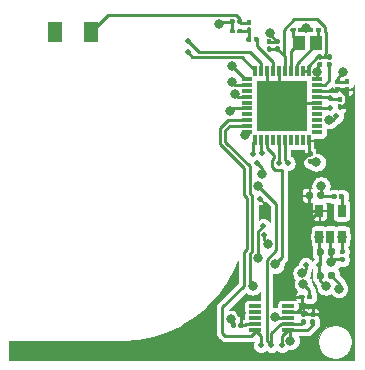
<source format=gbr>
G04 #@! TF.GenerationSoftware,KiCad,Pcbnew,(5.1.6)-1*
G04 #@! TF.CreationDate,2021-05-09T15:01:23+05:30*
G04 #@! TF.ProjectId,ProTag,50726f54-6167-42e6-9b69-6361645f7063,1*
G04 #@! TF.SameCoordinates,Original*
G04 #@! TF.FileFunction,Copper,L1,Top*
G04 #@! TF.FilePolarity,Positive*
%FSLAX45Y45*%
G04 Gerber Fmt 4.5, Leading zero omitted, Abs format (unit mm)*
G04 Created by KiCad (PCBNEW (5.1.6)-1) date 2021-05-09 15:01:23*
%MOMM*%
%LPD*%
G01*
G04 APERTURE LIST*
G04 #@! TA.AperFunction,SMDPad,CuDef*
%ADD10R,1.150000X1.800000*%
G04 #@! TD*
G04 #@! TA.AperFunction,SMDPad,CuDef*
%ADD11R,1.000000X0.300000*%
G04 #@! TD*
G04 #@! TA.AperFunction,SMDPad,CuDef*
%ADD12R,4.250000X4.250000*%
G04 #@! TD*
G04 #@! TA.AperFunction,SMDPad,CuDef*
%ADD13R,0.300000X0.850000*%
G04 #@! TD*
G04 #@! TA.AperFunction,SMDPad,CuDef*
%ADD14R,0.850000X0.300000*%
G04 #@! TD*
G04 #@! TA.AperFunction,SMDPad,CuDef*
%ADD15C,0.500000*%
G04 #@! TD*
G04 #@! TA.AperFunction,SMDPad,CuDef*
%ADD16R,0.650000X1.060000*%
G04 #@! TD*
G04 #@! TA.AperFunction,SMDPad,CuDef*
%ADD17R,1.000000X1.250000*%
G04 #@! TD*
G04 #@! TA.AperFunction,ViaPad*
%ADD18C,0.800000*%
G04 #@! TD*
G04 #@! TA.AperFunction,Conductor*
%ADD19C,0.250000*%
G04 #@! TD*
G04 #@! TA.AperFunction,Conductor*
%ADD20C,0.125000*%
G04 #@! TD*
G04 APERTURE END LIST*
D10*
G04 #@! TO.P,ANT1,2*
G04 #@! TO.N,Net-(ANT1-Pad2)*
X16930000Y-10730000D03*
G04 #@! TO.P,ANT1,1*
G04 #@! TO.N,Net-(ANT1-Pad1)*
X17230000Y-10730000D03*
G04 #@! TD*
G04 #@! TO.P,C1,1*
G04 #@! TO.N,GND*
G04 #@! TA.AperFunction,SMDPad,CuDef*
G36*
G01*
X19298000Y-12572750D02*
X19298000Y-12607250D01*
G75*
G02*
X19283250Y-12622000I-14750J0D01*
G01*
X19253750Y-12622000D01*
G75*
G02*
X19239000Y-12607250I0J14750D01*
G01*
X19239000Y-12572750D01*
G75*
G02*
X19253750Y-12558000I14750J0D01*
G01*
X19283250Y-12558000D01*
G75*
G02*
X19298000Y-12572750I0J-14750D01*
G01*
G37*
G04 #@! TD.AperFunction*
G04 #@! TO.P,C1,2*
G04 #@! TO.N,VDD*
G04 #@! TA.AperFunction,SMDPad,CuDef*
G36*
G01*
X19201000Y-12572750D02*
X19201000Y-12607250D01*
G75*
G02*
X19186250Y-12622000I-14750J0D01*
G01*
X19156750Y-12622000D01*
G75*
G02*
X19142000Y-12607250I0J14750D01*
G01*
X19142000Y-12572750D01*
G75*
G02*
X19156750Y-12558000I14750J0D01*
G01*
X19186250Y-12558000D01*
G75*
G02*
X19201000Y-12572750I0J-14750D01*
G01*
G37*
G04 #@! TD.AperFunction*
G04 #@! TD*
G04 #@! TO.P,C2,2*
G04 #@! TO.N,+3V3*
G04 #@! TA.AperFunction,SMDPad,CuDef*
G36*
G01*
X18479000Y-13220000D02*
X18479000Y-13200000D01*
G75*
G02*
X18489000Y-13190000I10000J0D01*
G01*
X18515000Y-13190000D01*
G75*
G02*
X18525000Y-13200000I0J-10000D01*
G01*
X18525000Y-13220000D01*
G75*
G02*
X18515000Y-13230000I-10000J0D01*
G01*
X18489000Y-13230000D01*
G75*
G02*
X18479000Y-13220000I0J10000D01*
G01*
G37*
G04 #@! TD.AperFunction*
G04 #@! TO.P,C2,1*
G04 #@! TO.N,GND*
G04 #@! TA.AperFunction,SMDPad,CuDef*
G36*
G01*
X18415000Y-13220000D02*
X18415000Y-13200000D01*
G75*
G02*
X18425000Y-13190000I10000J0D01*
G01*
X18451000Y-13190000D01*
G75*
G02*
X18461000Y-13200000I0J-10000D01*
G01*
X18461000Y-13220000D01*
G75*
G02*
X18451000Y-13230000I-10000J0D01*
G01*
X18425000Y-13230000D01*
G75*
G02*
X18415000Y-13220000I0J10000D01*
G01*
G37*
G04 #@! TD.AperFunction*
G04 #@! TD*
G04 #@! TO.P,C3,2*
G04 #@! TO.N,ON_OFF*
G04 #@! TA.AperFunction,SMDPad,CuDef*
G36*
G01*
X19370000Y-12611000D02*
X19350000Y-12611000D01*
G75*
G02*
X19340000Y-12601000I0J10000D01*
G01*
X19340000Y-12575000D01*
G75*
G02*
X19350000Y-12565000I10000J0D01*
G01*
X19370000Y-12565000D01*
G75*
G02*
X19380000Y-12575000I0J-10000D01*
G01*
X19380000Y-12601000D01*
G75*
G02*
X19370000Y-12611000I-10000J0D01*
G01*
G37*
G04 #@! TD.AperFunction*
G04 #@! TO.P,C3,1*
G04 #@! TO.N,GND*
G04 #@! TA.AperFunction,SMDPad,CuDef*
G36*
G01*
X19370000Y-12675000D02*
X19350000Y-12675000D01*
G75*
G02*
X19340000Y-12665000I0J10000D01*
G01*
X19340000Y-12639000D01*
G75*
G02*
X19350000Y-12629000I10000J0D01*
G01*
X19370000Y-12629000D01*
G75*
G02*
X19380000Y-12639000I0J-10000D01*
G01*
X19380000Y-12665000D01*
G75*
G02*
X19370000Y-12675000I-10000J0D01*
G01*
G37*
G04 #@! TD.AperFunction*
G04 #@! TD*
G04 #@! TO.P,C4,2*
G04 #@! TO.N,GND*
G04 #@! TA.AperFunction,SMDPad,CuDef*
G36*
G01*
X18451000Y-10710000D02*
X18451000Y-10730000D01*
G75*
G02*
X18441000Y-10740000I-10000J0D01*
G01*
X18415000Y-10740000D01*
G75*
G02*
X18405000Y-10730000I0J10000D01*
G01*
X18405000Y-10710000D01*
G75*
G02*
X18415000Y-10700000I10000J0D01*
G01*
X18441000Y-10700000D01*
G75*
G02*
X18451000Y-10710000I0J-10000D01*
G01*
G37*
G04 #@! TD.AperFunction*
G04 #@! TO.P,C4,1*
G04 #@! TO.N,Net-(C4-Pad1)*
G04 #@! TA.AperFunction,SMDPad,CuDef*
G36*
G01*
X18515000Y-10710000D02*
X18515000Y-10730000D01*
G75*
G02*
X18505000Y-10740000I-10000J0D01*
G01*
X18479000Y-10740000D01*
G75*
G02*
X18469000Y-10730000I0J10000D01*
G01*
X18469000Y-10710000D01*
G75*
G02*
X18479000Y-10700000I10000J0D01*
G01*
X18505000Y-10700000D01*
G75*
G02*
X18515000Y-10710000I0J-10000D01*
G01*
G37*
G04 #@! TD.AperFunction*
G04 #@! TD*
G04 #@! TO.P,C5,1*
G04 #@! TO.N,GND*
G04 #@! TA.AperFunction,SMDPad,CuDef*
G36*
G01*
X19265000Y-12130000D02*
X19265000Y-12110000D01*
G75*
G02*
X19275000Y-12100000I10000J0D01*
G01*
X19301000Y-12100000D01*
G75*
G02*
X19311000Y-12110000I0J-10000D01*
G01*
X19311000Y-12130000D01*
G75*
G02*
X19301000Y-12140000I-10000J0D01*
G01*
X19275000Y-12140000D01*
G75*
G02*
X19265000Y-12130000I0J10000D01*
G01*
G37*
G04 #@! TD.AperFunction*
G04 #@! TO.P,C5,2*
G04 #@! TO.N,Net-(C5-Pad2)*
G04 #@! TA.AperFunction,SMDPad,CuDef*
G36*
G01*
X19329000Y-12130000D02*
X19329000Y-12110000D01*
G75*
G02*
X19339000Y-12100000I10000J0D01*
G01*
X19365000Y-12100000D01*
G75*
G02*
X19375000Y-12110000I0J-10000D01*
G01*
X19375000Y-12130000D01*
G75*
G02*
X19365000Y-12140000I-10000J0D01*
G01*
X19339000Y-12140000D01*
G75*
G02*
X19329000Y-12130000I0J10000D01*
G01*
G37*
G04 #@! TD.AperFunction*
G04 #@! TD*
G04 #@! TO.P,C6,2*
G04 #@! TO.N,GND*
G04 #@! TA.AperFunction,SMDPad,CuDef*
G36*
G01*
X18451000Y-10630000D02*
X18451000Y-10650000D01*
G75*
G02*
X18441000Y-10660000I-10000J0D01*
G01*
X18415000Y-10660000D01*
G75*
G02*
X18405000Y-10650000I0J10000D01*
G01*
X18405000Y-10630000D01*
G75*
G02*
X18415000Y-10620000I10000J0D01*
G01*
X18441000Y-10620000D01*
G75*
G02*
X18451000Y-10630000I0J-10000D01*
G01*
G37*
G04 #@! TD.AperFunction*
G04 #@! TO.P,C6,1*
G04 #@! TO.N,Net-(ANT1-Pad1)*
G04 #@! TA.AperFunction,SMDPad,CuDef*
G36*
G01*
X18515000Y-10630000D02*
X18515000Y-10650000D01*
G75*
G02*
X18505000Y-10660000I-10000J0D01*
G01*
X18479000Y-10660000D01*
G75*
G02*
X18469000Y-10650000I0J10000D01*
G01*
X18469000Y-10630000D01*
G75*
G02*
X18479000Y-10620000I10000J0D01*
G01*
X18505000Y-10620000D01*
G75*
G02*
X18515000Y-10630000I0J-10000D01*
G01*
G37*
G04 #@! TD.AperFunction*
G04 #@! TD*
G04 #@! TO.P,C7,2*
G04 #@! TO.N,+3V3*
G04 #@! TA.AperFunction,SMDPad,CuDef*
G36*
G01*
X19111000Y-12092750D02*
X19111000Y-12127250D01*
G75*
G02*
X19096250Y-12142000I-14750J0D01*
G01*
X19066750Y-12142000D01*
G75*
G02*
X19052000Y-12127250I0J14750D01*
G01*
X19052000Y-12092750D01*
G75*
G02*
X19066750Y-12078000I14750J0D01*
G01*
X19096250Y-12078000D01*
G75*
G02*
X19111000Y-12092750I0J-14750D01*
G01*
G37*
G04 #@! TD.AperFunction*
G04 #@! TO.P,C7,1*
G04 #@! TO.N,GND*
G04 #@! TA.AperFunction,SMDPad,CuDef*
G36*
G01*
X19208000Y-12092750D02*
X19208000Y-12127250D01*
G75*
G02*
X19193250Y-12142000I-14750J0D01*
G01*
X19163750Y-12142000D01*
G75*
G02*
X19149000Y-12127250I0J14750D01*
G01*
X19149000Y-12092750D01*
G75*
G02*
X19163750Y-12078000I14750J0D01*
G01*
X19193250Y-12078000D01*
G75*
G02*
X19208000Y-12092750I0J-14750D01*
G01*
G37*
G04 #@! TD.AperFunction*
G04 #@! TD*
G04 #@! TO.P,C8,1*
G04 #@! TO.N,GND*
G04 #@! TA.AperFunction,SMDPad,CuDef*
G36*
G01*
X19105000Y-12960000D02*
X19105000Y-12980000D01*
G75*
G02*
X19095000Y-12990000I-10000J0D01*
G01*
X19069000Y-12990000D01*
G75*
G02*
X19059000Y-12980000I0J10000D01*
G01*
X19059000Y-12960000D01*
G75*
G02*
X19069000Y-12950000I10000J0D01*
G01*
X19095000Y-12950000D01*
G75*
G02*
X19105000Y-12960000I0J-10000D01*
G01*
G37*
G04 #@! TD.AperFunction*
G04 #@! TO.P,C8,2*
G04 #@! TO.N,+3V3*
G04 #@! TA.AperFunction,SMDPad,CuDef*
G36*
G01*
X19041000Y-12960000D02*
X19041000Y-12980000D01*
G75*
G02*
X19031000Y-12990000I-10000J0D01*
G01*
X19005000Y-12990000D01*
G75*
G02*
X18995000Y-12980000I0J10000D01*
G01*
X18995000Y-12960000D01*
G75*
G02*
X19005000Y-12950000I10000J0D01*
G01*
X19031000Y-12950000D01*
G75*
G02*
X19041000Y-12960000I0J-10000D01*
G01*
G37*
G04 #@! TD.AperFunction*
G04 #@! TD*
G04 #@! TO.P,C9,1*
G04 #@! TO.N,GND*
G04 #@! TA.AperFunction,SMDPad,CuDef*
G36*
G01*
X19298000Y-12772750D02*
X19298000Y-12807250D01*
G75*
G02*
X19283250Y-12822000I-14750J0D01*
G01*
X19253750Y-12822000D01*
G75*
G02*
X19239000Y-12807250I0J14750D01*
G01*
X19239000Y-12772750D01*
G75*
G02*
X19253750Y-12758000I14750J0D01*
G01*
X19283250Y-12758000D01*
G75*
G02*
X19298000Y-12772750I0J-14750D01*
G01*
G37*
G04 #@! TD.AperFunction*
G04 #@! TO.P,C9,2*
G04 #@! TO.N,VDD*
G04 #@! TA.AperFunction,SMDPad,CuDef*
G36*
G01*
X19201000Y-12772750D02*
X19201000Y-12807250D01*
G75*
G02*
X19186250Y-12822000I-14750J0D01*
G01*
X19156750Y-12822000D01*
G75*
G02*
X19142000Y-12807250I0J14750D01*
G01*
X19142000Y-12772750D01*
G75*
G02*
X19156750Y-12758000I14750J0D01*
G01*
X19186250Y-12758000D01*
G75*
G02*
X19201000Y-12772750I0J-14750D01*
G01*
G37*
G04 #@! TD.AperFunction*
G04 #@! TD*
G04 #@! TO.P,C10,1*
G04 #@! TO.N,GND*
G04 #@! TA.AperFunction,SMDPad,CuDef*
G36*
G01*
X19069500Y-10720000D02*
X19069500Y-10700000D01*
G75*
G02*
X19079500Y-10690000I10000J0D01*
G01*
X19105500Y-10690000D01*
G75*
G02*
X19115500Y-10700000I0J-10000D01*
G01*
X19115500Y-10720000D01*
G75*
G02*
X19105500Y-10730000I-10000J0D01*
G01*
X19079500Y-10730000D01*
G75*
G02*
X19069500Y-10720000I0J10000D01*
G01*
G37*
G04 #@! TD.AperFunction*
G04 #@! TO.P,C10,2*
G04 #@! TO.N,XTAL32_P*
G04 #@! TA.AperFunction,SMDPad,CuDef*
G36*
G01*
X19133500Y-10720000D02*
X19133500Y-10700000D01*
G75*
G02*
X19143500Y-10690000I10000J0D01*
G01*
X19169500Y-10690000D01*
G75*
G02*
X19179500Y-10700000I0J-10000D01*
G01*
X19179500Y-10720000D01*
G75*
G02*
X19169500Y-10730000I-10000J0D01*
G01*
X19143500Y-10730000D01*
G75*
G02*
X19133500Y-10720000I0J10000D01*
G01*
G37*
G04 #@! TD.AperFunction*
G04 #@! TD*
G04 #@! TO.P,C11,1*
G04 #@! TO.N,XTAL32_N*
G04 #@! TA.AperFunction,SMDPad,CuDef*
G36*
G01*
X18920500Y-10720000D02*
X18920500Y-10700000D01*
G75*
G02*
X18930500Y-10690000I10000J0D01*
G01*
X18956500Y-10690000D01*
G75*
G02*
X18966500Y-10700000I0J-10000D01*
G01*
X18966500Y-10720000D01*
G75*
G02*
X18956500Y-10730000I-10000J0D01*
G01*
X18930500Y-10730000D01*
G75*
G02*
X18920500Y-10720000I0J10000D01*
G01*
G37*
G04 #@! TD.AperFunction*
G04 #@! TO.P,C11,2*
G04 #@! TO.N,GND*
G04 #@! TA.AperFunction,SMDPad,CuDef*
G36*
G01*
X18984500Y-10720000D02*
X18984500Y-10700000D01*
G75*
G02*
X18994500Y-10690000I10000J0D01*
G01*
X19020500Y-10690000D01*
G75*
G02*
X19030500Y-10700000I0J-10000D01*
G01*
X19030500Y-10720000D01*
G75*
G02*
X19020500Y-10730000I-10000J0D01*
G01*
X18994500Y-10730000D01*
G75*
G02*
X18984500Y-10720000I0J10000D01*
G01*
G37*
G04 #@! TD.AperFunction*
G04 #@! TD*
G04 #@! TO.P,C12,2*
G04 #@! TO.N,GND*
G04 #@! TA.AperFunction,SMDPad,CuDef*
G36*
G01*
X18820000Y-10831000D02*
X18800000Y-10831000D01*
G75*
G02*
X18790000Y-10821000I0J10000D01*
G01*
X18790000Y-10795000D01*
G75*
G02*
X18800000Y-10785000I10000J0D01*
G01*
X18820000Y-10785000D01*
G75*
G02*
X18830000Y-10795000I0J-10000D01*
G01*
X18830000Y-10821000D01*
G75*
G02*
X18820000Y-10831000I-10000J0D01*
G01*
G37*
G04 #@! TD.AperFunction*
G04 #@! TO.P,C12,1*
G04 #@! TO.N,Net-(C12-Pad1)*
G04 #@! TA.AperFunction,SMDPad,CuDef*
G36*
G01*
X18820000Y-10895000D02*
X18800000Y-10895000D01*
G75*
G02*
X18790000Y-10885000I0J10000D01*
G01*
X18790000Y-10859000D01*
G75*
G02*
X18800000Y-10849000I10000J0D01*
G01*
X18820000Y-10849000D01*
G75*
G02*
X18830000Y-10859000I0J-10000D01*
G01*
X18830000Y-10885000D01*
G75*
G02*
X18820000Y-10895000I-10000J0D01*
G01*
G37*
G04 #@! TD.AperFunction*
G04 #@! TD*
G04 #@! TO.P,C13,2*
G04 #@! TO.N,GND*
G04 #@! TA.AperFunction,SMDPad,CuDef*
G36*
G01*
X19160000Y-10979000D02*
X19180000Y-10979000D01*
G75*
G02*
X19190000Y-10989000I0J-10000D01*
G01*
X19190000Y-11015000D01*
G75*
G02*
X19180000Y-11025000I-10000J0D01*
G01*
X19160000Y-11025000D01*
G75*
G02*
X19150000Y-11015000I0J10000D01*
G01*
X19150000Y-10989000D01*
G75*
G02*
X19160000Y-10979000I10000J0D01*
G01*
G37*
G04 #@! TD.AperFunction*
G04 #@! TO.P,C13,1*
G04 #@! TO.N,Net-(C12-Pad1)*
G04 #@! TA.AperFunction,SMDPad,CuDef*
G36*
G01*
X19160000Y-10915000D02*
X19180000Y-10915000D01*
G75*
G02*
X19190000Y-10925000I0J-10000D01*
G01*
X19190000Y-10951000D01*
G75*
G02*
X19180000Y-10961000I-10000J0D01*
G01*
X19160000Y-10961000D01*
G75*
G02*
X19150000Y-10951000I0J10000D01*
G01*
X19150000Y-10925000D01*
G75*
G02*
X19160000Y-10915000I10000J0D01*
G01*
G37*
G04 #@! TD.AperFunction*
G04 #@! TD*
G04 #@! TO.P,C14,1*
G04 #@! TO.N,Net-(C12-Pad1)*
G04 #@! TA.AperFunction,SMDPad,CuDef*
G36*
G01*
X18750000Y-10895000D02*
X18730000Y-10895000D01*
G75*
G02*
X18720000Y-10885000I0J10000D01*
G01*
X18720000Y-10859000D01*
G75*
G02*
X18730000Y-10849000I10000J0D01*
G01*
X18750000Y-10849000D01*
G75*
G02*
X18760000Y-10859000I0J-10000D01*
G01*
X18760000Y-10885000D01*
G75*
G02*
X18750000Y-10895000I-10000J0D01*
G01*
G37*
G04 #@! TD.AperFunction*
G04 #@! TO.P,C14,2*
G04 #@! TO.N,GND*
G04 #@! TA.AperFunction,SMDPad,CuDef*
G36*
G01*
X18750000Y-10831000D02*
X18730000Y-10831000D01*
G75*
G02*
X18720000Y-10821000I0J10000D01*
G01*
X18720000Y-10795000D01*
G75*
G02*
X18730000Y-10785000I10000J0D01*
G01*
X18750000Y-10785000D01*
G75*
G02*
X18760000Y-10795000I0J-10000D01*
G01*
X18760000Y-10821000D01*
G75*
G02*
X18750000Y-10831000I-10000J0D01*
G01*
G37*
G04 #@! TD.AperFunction*
G04 #@! TD*
G04 #@! TO.P,C15,1*
G04 #@! TO.N,+3V3*
G04 #@! TA.AperFunction,SMDPad,CuDef*
G36*
G01*
X19330000Y-11235000D02*
X19310000Y-11235000D01*
G75*
G02*
X19300000Y-11225000I0J10000D01*
G01*
X19300000Y-11199000D01*
G75*
G02*
X19310000Y-11189000I10000J0D01*
G01*
X19330000Y-11189000D01*
G75*
G02*
X19340000Y-11199000I0J-10000D01*
G01*
X19340000Y-11225000D01*
G75*
G02*
X19330000Y-11235000I-10000J0D01*
G01*
G37*
G04 #@! TD.AperFunction*
G04 #@! TO.P,C15,2*
G04 #@! TO.N,GND*
G04 #@! TA.AperFunction,SMDPad,CuDef*
G36*
G01*
X19330000Y-11171000D02*
X19310000Y-11171000D01*
G75*
G02*
X19300000Y-11161000I0J10000D01*
G01*
X19300000Y-11135000D01*
G75*
G02*
X19310000Y-11125000I10000J0D01*
G01*
X19330000Y-11125000D01*
G75*
G02*
X19340000Y-11135000I0J-10000D01*
G01*
X19340000Y-11161000D01*
G75*
G02*
X19330000Y-11171000I-10000J0D01*
G01*
G37*
G04 #@! TD.AperFunction*
G04 #@! TD*
G04 #@! TO.P,C16,2*
G04 #@! TO.N,+3V3*
G04 #@! TA.AperFunction,SMDPad,CuDef*
G36*
G01*
X19390000Y-11189000D02*
X19410000Y-11189000D01*
G75*
G02*
X19420000Y-11199000I0J-10000D01*
G01*
X19420000Y-11225000D01*
G75*
G02*
X19410000Y-11235000I-10000J0D01*
G01*
X19390000Y-11235000D01*
G75*
G02*
X19380000Y-11225000I0J10000D01*
G01*
X19380000Y-11199000D01*
G75*
G02*
X19390000Y-11189000I10000J0D01*
G01*
G37*
G04 #@! TD.AperFunction*
G04 #@! TO.P,C16,1*
G04 #@! TO.N,GND*
G04 #@! TA.AperFunction,SMDPad,CuDef*
G36*
G01*
X19390000Y-11125000D02*
X19410000Y-11125000D01*
G75*
G02*
X19420000Y-11135000I0J-10000D01*
G01*
X19420000Y-11161000D01*
G75*
G02*
X19410000Y-11171000I-10000J0D01*
G01*
X19390000Y-11171000D01*
G75*
G02*
X19380000Y-11161000I0J10000D01*
G01*
X19380000Y-11135000D01*
G75*
G02*
X19390000Y-11125000I10000J0D01*
G01*
G37*
G04 #@! TD.AperFunction*
G04 #@! TD*
G04 #@! TO.P,C17,1*
G04 #@! TO.N,+3V3*
G04 #@! TA.AperFunction,SMDPad,CuDef*
G36*
G01*
X19080000Y-11735000D02*
X19100000Y-11735000D01*
G75*
G02*
X19110000Y-11745000I0J-10000D01*
G01*
X19110000Y-11771000D01*
G75*
G02*
X19100000Y-11781000I-10000J0D01*
G01*
X19080000Y-11781000D01*
G75*
G02*
X19070000Y-11771000I0J10000D01*
G01*
X19070000Y-11745000D01*
G75*
G02*
X19080000Y-11735000I10000J0D01*
G01*
G37*
G04 #@! TD.AperFunction*
G04 #@! TO.P,C17,2*
G04 #@! TO.N,GND*
G04 #@! TA.AperFunction,SMDPad,CuDef*
G36*
G01*
X19080000Y-11799000D02*
X19100000Y-11799000D01*
G75*
G02*
X19110000Y-11809000I0J-10000D01*
G01*
X19110000Y-11835000D01*
G75*
G02*
X19100000Y-11845000I-10000J0D01*
G01*
X19080000Y-11845000D01*
G75*
G02*
X19070000Y-11835000I0J10000D01*
G01*
X19070000Y-11809000D01*
G75*
G02*
X19080000Y-11799000I10000J0D01*
G01*
G37*
G04 #@! TD.AperFunction*
G04 #@! TD*
D11*
G04 #@! TO.P,IC1,1*
G04 #@! TO.N,Net-(IC1-Pad1)*
X18620000Y-13050000D03*
G04 #@! TO.P,IC1,2*
G04 #@! TO.N,Net-(IC1-Pad2)*
X18620000Y-13100000D03*
G04 #@! TO.P,IC1,3*
G04 #@! TO.N,Net-(IC1-Pad3)*
X18620000Y-13150000D03*
G04 #@! TO.P,IC1,4*
G04 #@! TO.N,+3V3*
X18620000Y-13200000D03*
G04 #@! TO.P,IC1,5*
G04 #@! TO.N,INTN*
X18620000Y-13250000D03*
G04 #@! TO.P,IC1,6*
G04 #@! TO.N,SCL*
X18900000Y-13250000D03*
G04 #@! TO.P,IC1,7*
G04 #@! TO.N,SDA*
X18900000Y-13200000D03*
G04 #@! TO.P,IC1,8*
G04 #@! TO.N,GND*
X18900000Y-13150000D03*
G04 #@! TO.P,IC1,9*
G04 #@! TO.N,+3V3*
X18900000Y-13100000D03*
G04 #@! TO.P,IC1,10*
G04 #@! TO.N,Net-(IC1-Pad10)*
X18900000Y-13050000D03*
G04 #@! TD*
D12*
G04 #@! TO.P,IC2,41*
G04 #@! TO.N,GND*
X18850000Y-11350000D03*
D13*
G04 #@! TO.P,IC2,40*
G04 #@! TO.N,LA*
X18625000Y-11055000D03*
G04 #@! TO.P,IC2,39*
G04 #@! TO.N,LB*
X18675000Y-11055000D03*
G04 #@! TO.P,IC2,38*
G04 #@! TO.N,GND*
X18725000Y-11055000D03*
G04 #@! TO.P,IC2,37*
G04 #@! TO.N,ANT*
X18775000Y-11055000D03*
G04 #@! TO.P,IC2,36*
G04 #@! TO.N,GND*
X18825000Y-11055000D03*
G04 #@! TO.P,IC2,35*
G04 #@! TO.N,Net-(C12-Pad1)*
X18875000Y-11055000D03*
G04 #@! TO.P,IC2,34*
G04 #@! TO.N,XTAL32_N*
X18925000Y-11055000D03*
G04 #@! TO.P,IC2,33*
G04 #@! TO.N,XTAL32_P*
X18975000Y-11055000D03*
G04 #@! TO.P,IC2,32*
G04 #@! TO.N,Net-(C12-Pad1)*
X19025000Y-11055000D03*
G04 #@! TO.P,IC2,31*
X19075000Y-11055000D03*
D14*
G04 #@! TO.P,IC2,30*
G04 #@! TO.N,GND*
X19145000Y-11125000D03*
G04 #@! TO.P,IC2,29*
G04 #@! TO.N,Net-(IC2-Pad29)*
X19145000Y-11175000D03*
G04 #@! TO.P,IC2,28*
G04 #@! TO.N,+3V3*
X19145000Y-11225000D03*
G04 #@! TO.P,IC2,27*
G04 #@! TO.N,RSTN*
X19145000Y-11275000D03*
G04 #@! TO.P,IC2,26*
G04 #@! TO.N,GND*
X19145000Y-11325000D03*
G04 #@! TO.P,IC2,25*
G04 #@! TO.N,SWO*
X19145000Y-11375000D03*
G04 #@! TO.P,IC2,24*
G04 #@! TO.N,Net-(IC2-Pad24)*
X19145000Y-11425000D03*
G04 #@! TO.P,IC2,23*
G04 #@! TO.N,Net-(IC2-Pad23)*
X19145000Y-11475000D03*
G04 #@! TO.P,IC2,22*
G04 #@! TO.N,Net-(IC2-Pad22)*
X19145000Y-11525000D03*
G04 #@! TO.P,IC2,21*
G04 #@! TO.N,Net-(IC2-Pad21)*
X19145000Y-11575000D03*
D13*
G04 #@! TO.P,IC2,20*
G04 #@! TO.N,+3V3*
X19075000Y-11645000D03*
G04 #@! TO.P,IC2,19*
G04 #@! TO.N,Net-(IC2-Pad19)*
X19025000Y-11645000D03*
G04 #@! TO.P,IC2,18*
G04 #@! TO.N,Net-(IC2-Pad18)*
X18975000Y-11645000D03*
G04 #@! TO.P,IC2,17*
G04 #@! TO.N,Net-(IC2-Pad17)*
X18925000Y-11645000D03*
G04 #@! TO.P,IC2,16*
G04 #@! TO.N,SWDIO*
X18875000Y-11645000D03*
G04 #@! TO.P,IC2,15*
G04 #@! TO.N,SWCLK*
X18825000Y-11645000D03*
G04 #@! TO.P,IC2,14*
G04 #@! TO.N,Net-(IC2-Pad14)*
X18775000Y-11645000D03*
G04 #@! TO.P,IC2,13*
G04 #@! TO.N,NPN_CNTL*
X18725000Y-11645000D03*
G04 #@! TO.P,IC2,12*
G04 #@! TO.N,RX*
X18675000Y-11645000D03*
G04 #@! TO.P,IC2,11*
G04 #@! TO.N,TX*
X18625000Y-11645000D03*
D14*
G04 #@! TO.P,IC2,10*
G04 #@! TO.N,SDA*
X18555000Y-11575000D03*
G04 #@! TO.P,IC2,9*
G04 #@! TO.N,SCL*
X18555000Y-11525000D03*
G04 #@! TO.P,IC2,8*
G04 #@! TO.N,INTN*
X18555000Y-11475000D03*
G04 #@! TO.P,IC2,7*
G04 #@! TO.N,Net-(IC2-Pad7)*
X18555000Y-11425000D03*
G04 #@! TO.P,IC2,6*
G04 #@! TO.N,LED_1*
X18555000Y-11375000D03*
G04 #@! TO.P,IC2,5*
G04 #@! TO.N,BUZZER*
X18555000Y-11325000D03*
G04 #@! TO.P,IC2,4*
G04 #@! TO.N,BUTTON_1*
X18555000Y-11275000D03*
G04 #@! TO.P,IC2,3*
G04 #@! TO.N,Net-(IC2-Pad3)*
X18555000Y-11225000D03*
G04 #@! TO.P,IC2,2*
G04 #@! TO.N,XTAL_N*
X18555000Y-11175000D03*
G04 #@! TO.P,IC2,1*
G04 #@! TO.N,XTAL_P*
X18555000Y-11125000D03*
G04 #@! TD*
D15*
G04 #@! TO.P,J2,1*
G04 #@! TO.N,VDD*
X18700000Y-12450000D03*
G04 #@! TD*
G04 #@! TO.P,J3,1*
G04 #@! TO.N,+3V3*
X18660000Y-12140000D03*
G04 #@! TD*
G04 #@! TO.P,J4,1*
G04 #@! TO.N,LA*
X18050000Y-10900000D03*
G04 #@! TD*
G04 #@! TO.P,J5,1*
G04 #@! TO.N,LB*
X18050000Y-10800000D03*
G04 #@! TD*
G04 #@! TO.P,J6,1*
G04 #@! TO.N,GND*
X18690000Y-12370000D03*
G04 #@! TD*
G04 #@! TO.P,J7,1*
G04 #@! TO.N,SDA*
X18760000Y-13380000D03*
G04 #@! TD*
G04 #@! TO.P,J8,1*
G04 #@! TO.N,SCL*
X18850000Y-13380000D03*
G04 #@! TD*
G04 #@! TO.P,J9,1*
G04 #@! TO.N,INTN*
X18670000Y-13380000D03*
G04 #@! TD*
G04 #@! TO.P,J10,1*
G04 #@! TO.N,SWCLK*
X18820000Y-11840000D03*
G04 #@! TD*
G04 #@! TO.P,J11,1*
G04 #@! TO.N,SWDIO*
X18900000Y-11840000D03*
G04 #@! TD*
G04 #@! TO.P,J12,1*
G04 #@! TO.N,SWO*
X19260000Y-11370000D03*
G04 #@! TD*
G04 #@! TO.P,J13,1*
G04 #@! TO.N,RSTN*
X19260000Y-11290000D03*
G04 #@! TD*
G04 #@! TO.P,J14,1*
G04 #@! TO.N,GND*
X19310000Y-11440000D03*
G04 #@! TD*
G04 #@! TO.P,J15,1*
G04 #@! TO.N,TX*
X18600000Y-11760000D03*
G04 #@! TD*
G04 #@! TO.P,J16,1*
G04 #@! TO.N,RX*
X18680000Y-11750000D03*
G04 #@! TD*
G04 #@! TO.P,J17,1*
G04 #@! TO.N,GND*
X18640000Y-11840000D03*
G04 #@! TD*
G04 #@! TO.P,J18,1*
G04 #@! TO.N,VDD*
X19160000Y-12700000D03*
G04 #@! TD*
G04 #@! TO.P,J19,1*
G04 #@! TO.N,GND*
X19050000Y-12700000D03*
G04 #@! TD*
G04 #@! TO.P,L1,2*
G04 #@! TO.N,Net-(ANT1-Pad1)*
G04 #@! TA.AperFunction,SMDPad,CuDef*
G36*
G01*
X18580000Y-10671000D02*
X18560000Y-10671000D01*
G75*
G02*
X18550000Y-10661000I0J10000D01*
G01*
X18550000Y-10635000D01*
G75*
G02*
X18560000Y-10625000I10000J0D01*
G01*
X18580000Y-10625000D01*
G75*
G02*
X18590000Y-10635000I0J-10000D01*
G01*
X18590000Y-10661000D01*
G75*
G02*
X18580000Y-10671000I-10000J0D01*
G01*
G37*
G04 #@! TD.AperFunction*
G04 #@! TO.P,L1,1*
G04 #@! TO.N,Net-(C4-Pad1)*
G04 #@! TA.AperFunction,SMDPad,CuDef*
G36*
G01*
X18580000Y-10735000D02*
X18560000Y-10735000D01*
G75*
G02*
X18550000Y-10725000I0J10000D01*
G01*
X18550000Y-10699000D01*
G75*
G02*
X18560000Y-10689000I10000J0D01*
G01*
X18580000Y-10689000D01*
G75*
G02*
X18590000Y-10699000I0J-10000D01*
G01*
X18590000Y-10725000D01*
G75*
G02*
X18580000Y-10735000I-10000J0D01*
G01*
G37*
G04 #@! TD.AperFunction*
G04 #@! TD*
G04 #@! TO.P,L2,1*
G04 #@! TO.N,Net-(C12-Pad1)*
G04 #@! TA.AperFunction,SMDPad,CuDef*
G36*
G01*
X19240000Y-10915000D02*
X19260000Y-10915000D01*
G75*
G02*
X19270000Y-10925000I0J-10000D01*
G01*
X19270000Y-10951000D01*
G75*
G02*
X19260000Y-10961000I-10000J0D01*
G01*
X19240000Y-10961000D01*
G75*
G02*
X19230000Y-10951000I0J10000D01*
G01*
X19230000Y-10925000D01*
G75*
G02*
X19240000Y-10915000I10000J0D01*
G01*
G37*
G04 #@! TD.AperFunction*
G04 #@! TO.P,L2,2*
G04 #@! TO.N,Net-(IC2-Pad29)*
G04 #@! TA.AperFunction,SMDPad,CuDef*
G36*
G01*
X19240000Y-10979000D02*
X19260000Y-10979000D01*
G75*
G02*
X19270000Y-10989000I0J-10000D01*
G01*
X19270000Y-11015000D01*
G75*
G02*
X19260000Y-11025000I-10000J0D01*
G01*
X19240000Y-11025000D01*
G75*
G02*
X19230000Y-11015000I0J10000D01*
G01*
X19230000Y-10989000D01*
G75*
G02*
X19240000Y-10979000I10000J0D01*
G01*
G37*
G04 #@! TD.AperFunction*
G04 #@! TD*
G04 #@! TO.P,R1,1*
G04 #@! TO.N,Net-(C4-Pad1)*
G04 #@! TA.AperFunction,SMDPad,CuDef*
G36*
G01*
X18545000Y-10800000D02*
X18545000Y-10780000D01*
G75*
G02*
X18555000Y-10770000I10000J0D01*
G01*
X18581000Y-10770000D01*
G75*
G02*
X18591000Y-10780000I0J-10000D01*
G01*
X18591000Y-10800000D01*
G75*
G02*
X18581000Y-10810000I-10000J0D01*
G01*
X18555000Y-10810000D01*
G75*
G02*
X18545000Y-10800000I0J10000D01*
G01*
G37*
G04 #@! TD.AperFunction*
G04 #@! TO.P,R1,2*
G04 #@! TO.N,ANT*
G04 #@! TA.AperFunction,SMDPad,CuDef*
G36*
G01*
X18609000Y-10800000D02*
X18609000Y-10780000D01*
G75*
G02*
X18619000Y-10770000I10000J0D01*
G01*
X18645000Y-10770000D01*
G75*
G02*
X18655000Y-10780000I0J-10000D01*
G01*
X18655000Y-10800000D01*
G75*
G02*
X18645000Y-10810000I-10000J0D01*
G01*
X18619000Y-10810000D01*
G75*
G02*
X18609000Y-10800000I0J10000D01*
G01*
G37*
G04 #@! TD.AperFunction*
G04 #@! TD*
G04 #@! TO.P,R3,2*
G04 #@! TO.N,RSTN*
G04 #@! TA.AperFunction,SMDPad,CuDef*
G36*
G01*
X19350000Y-11321000D02*
X19330000Y-11321000D01*
G75*
G02*
X19320000Y-11311000I0J10000D01*
G01*
X19320000Y-11285000D01*
G75*
G02*
X19330000Y-11275000I10000J0D01*
G01*
X19350000Y-11275000D01*
G75*
G02*
X19360000Y-11285000I0J-10000D01*
G01*
X19360000Y-11311000D01*
G75*
G02*
X19350000Y-11321000I-10000J0D01*
G01*
G37*
G04 #@! TD.AperFunction*
G04 #@! TO.P,R3,1*
G04 #@! TO.N,+3V3*
G04 #@! TA.AperFunction,SMDPad,CuDef*
G36*
G01*
X19350000Y-11385000D02*
X19330000Y-11385000D01*
G75*
G02*
X19320000Y-11375000I0J10000D01*
G01*
X19320000Y-11349000D01*
G75*
G02*
X19330000Y-11339000I10000J0D01*
G01*
X19350000Y-11339000D01*
G75*
G02*
X19360000Y-11349000I0J-10000D01*
G01*
X19360000Y-11375000D01*
G75*
G02*
X19350000Y-11385000I-10000J0D01*
G01*
G37*
G04 #@! TD.AperFunction*
G04 #@! TD*
G04 #@! TO.P,R5,2*
G04 #@! TO.N,SDA*
G04 #@! TA.AperFunction,SMDPad,CuDef*
G36*
G01*
X19020000Y-13159000D02*
X19040000Y-13159000D01*
G75*
G02*
X19050000Y-13169000I0J-10000D01*
G01*
X19050000Y-13195000D01*
G75*
G02*
X19040000Y-13205000I-10000J0D01*
G01*
X19020000Y-13205000D01*
G75*
G02*
X19010000Y-13195000I0J10000D01*
G01*
X19010000Y-13169000D01*
G75*
G02*
X19020000Y-13159000I10000J0D01*
G01*
G37*
G04 #@! TD.AperFunction*
G04 #@! TO.P,R5,1*
G04 #@! TO.N,+3V3*
G04 #@! TA.AperFunction,SMDPad,CuDef*
G36*
G01*
X19020000Y-13095000D02*
X19040000Y-13095000D01*
G75*
G02*
X19050000Y-13105000I0J-10000D01*
G01*
X19050000Y-13131000D01*
G75*
G02*
X19040000Y-13141000I-10000J0D01*
G01*
X19020000Y-13141000D01*
G75*
G02*
X19010000Y-13131000I0J10000D01*
G01*
X19010000Y-13105000D01*
G75*
G02*
X19020000Y-13095000I10000J0D01*
G01*
G37*
G04 #@! TD.AperFunction*
G04 #@! TD*
G04 #@! TO.P,R6,1*
G04 #@! TO.N,+3V3*
G04 #@! TA.AperFunction,SMDPad,CuDef*
G36*
G01*
X19100000Y-13095000D02*
X19120000Y-13095000D01*
G75*
G02*
X19130000Y-13105000I0J-10000D01*
G01*
X19130000Y-13131000D01*
G75*
G02*
X19120000Y-13141000I-10000J0D01*
G01*
X19100000Y-13141000D01*
G75*
G02*
X19090000Y-13131000I0J10000D01*
G01*
X19090000Y-13105000D01*
G75*
G02*
X19100000Y-13095000I10000J0D01*
G01*
G37*
G04 #@! TD.AperFunction*
G04 #@! TO.P,R6,2*
G04 #@! TO.N,SCL*
G04 #@! TA.AperFunction,SMDPad,CuDef*
G36*
G01*
X19100000Y-13159000D02*
X19120000Y-13159000D01*
G75*
G02*
X19130000Y-13169000I0J-10000D01*
G01*
X19130000Y-13195000D01*
G75*
G02*
X19120000Y-13205000I-10000J0D01*
G01*
X19100000Y-13205000D01*
G75*
G02*
X19090000Y-13195000I0J10000D01*
G01*
X19090000Y-13169000D01*
G75*
G02*
X19100000Y-13159000I10000J0D01*
G01*
G37*
G04 #@! TD.AperFunction*
G04 #@! TD*
D16*
G04 #@! TO.P,U1,1*
G04 #@! TO.N,VDD*
X19165000Y-12460000D03*
G04 #@! TO.P,U1,2*
G04 #@! TO.N,GND*
X19260000Y-12460000D03*
G04 #@! TO.P,U1,3*
G04 #@! TO.N,ON_OFF*
X19355000Y-12460000D03*
G04 #@! TO.P,U1,4*
G04 #@! TO.N,Net-(C5-Pad2)*
X19355000Y-12240000D03*
G04 #@! TO.P,U1,5*
G04 #@! TO.N,+3V3*
X19165000Y-12240000D03*
G04 #@! TD*
D17*
G04 #@! TO.P,Y1,1*
G04 #@! TO.N,XTAL32_P*
X19140000Y-10820000D03*
G04 #@! TO.P,Y1,2*
G04 #@! TO.N,XTAL32_N*
X18990000Y-10820000D03*
G04 #@! TD*
D18*
G04 #@! TO.N,VDD*
X19220000Y-12880000D03*
X19165000Y-12460000D03*
X18730000Y-12520000D03*
G04 #@! TO.N,GND*
X19150000Y-11065000D03*
X19247501Y-11470000D03*
X19370000Y-11070000D03*
X18793980Y-13136493D03*
X19268500Y-12671500D03*
X18320000Y-10659999D03*
X19180000Y-12030000D03*
X19330000Y-12900000D03*
X19017500Y-12770000D03*
X18850000Y-11350000D03*
X19028438Y-12860563D03*
X18681212Y-11928680D03*
X18750000Y-10740000D03*
X19050000Y-10692500D03*
X18649517Y-12640131D03*
X18417208Y-13160321D03*
X19140000Y-11830000D03*
G04 #@! TO.N,+3V3*
X19000000Y-11870000D03*
X18980000Y-12520000D03*
X18499466Y-13103456D03*
X19200000Y-13130000D03*
X19000000Y-12365000D03*
G04 #@! TO.N,ON_OFF*
X19355000Y-12460000D03*
G04 #@! TO.N,SCL*
X18920000Y-13340000D03*
X18600000Y-12880001D03*
G04 #@! TO.N,SDA*
X18536831Y-11600000D03*
X18650000Y-12030000D03*
G04 #@! TO.N,NPN_CNTL*
X18791820Y-12694526D03*
G04 #@! TO.N,LED_1*
X18410000Y-11400000D03*
G04 #@! TO.N,BUTTON_1*
X18452532Y-11250000D03*
G04 #@! TO.N,XTAL_N*
X18422500Y-11147500D03*
G04 #@! TO.N,XTAL_P*
X18422500Y-11012500D03*
G04 #@! TD*
D19*
G04 #@! TO.N,VDD*
X19165000Y-12583500D02*
X19171500Y-12590000D01*
X19165000Y-12460000D02*
X19165000Y-12583500D01*
X19160000Y-12778500D02*
X19171500Y-12790000D01*
X19160000Y-12700000D02*
X19160000Y-12778500D01*
X19171500Y-12688500D02*
X19160000Y-12700000D01*
X19171500Y-12590000D02*
X19171500Y-12688500D01*
X19171500Y-12831500D02*
X19171500Y-12790000D01*
X19220000Y-12880000D02*
X19171500Y-12831500D01*
X18700000Y-12490000D02*
X18730000Y-12520000D01*
X18700000Y-12450000D02*
X18700000Y-12490000D01*
G04 #@! TO.N,GND*
X19320000Y-11148000D02*
X19400000Y-11148000D01*
X19145000Y-11027000D02*
X19170000Y-11002000D01*
X19145000Y-11125000D02*
X19145000Y-11027000D01*
X19145000Y-11125000D02*
X19145000Y-11070000D01*
X19145000Y-11070000D02*
X19150000Y-11065000D01*
X19310000Y-11440000D02*
X19280000Y-11470000D01*
X19280000Y-11470000D02*
X19247501Y-11470000D01*
X19320000Y-11148000D02*
X19320000Y-11120000D01*
X19320000Y-11120000D02*
X19370000Y-11070000D01*
X18900000Y-13150000D02*
X18807487Y-13150000D01*
X18807487Y-13150000D02*
X18793980Y-13136493D01*
X19260000Y-12581500D02*
X19268500Y-12590000D01*
X19260000Y-12460000D02*
X19260000Y-12581500D01*
X19288000Y-12652000D02*
X19268500Y-12671500D01*
X19360000Y-12652000D02*
X19288000Y-12652000D01*
X19268500Y-12590000D02*
X19268500Y-12671500D01*
X18740000Y-10808000D02*
X18810000Y-10808000D01*
X18428000Y-10720000D02*
X18428000Y-10640000D01*
X18428000Y-10640000D02*
X18339999Y-10640000D01*
X18339999Y-10640000D02*
X18320000Y-10659999D01*
X19178500Y-12110000D02*
X19178500Y-12031500D01*
X19178500Y-12031500D02*
X19180000Y-12030000D01*
X19268500Y-12790000D02*
X19330000Y-12851500D01*
X19330000Y-12851500D02*
X19330000Y-12900000D01*
X19050000Y-12700000D02*
X19050000Y-12737500D01*
X19050000Y-12737500D02*
X19017500Y-12770000D01*
X19145000Y-11325000D02*
X18875000Y-11325000D01*
X18875000Y-11325000D02*
X18850000Y-11350000D01*
X18825000Y-11325000D02*
X18850000Y-11350000D01*
X18825000Y-11055000D02*
X18825000Y-11325000D01*
X18725000Y-11225000D02*
X18850000Y-11350000D01*
X18725000Y-11055000D02*
X18725000Y-11225000D01*
X19082000Y-12970000D02*
X19082000Y-12914125D01*
X19082000Y-12914125D02*
X19028438Y-12860563D01*
X18810000Y-10808000D02*
X18750000Y-10748000D01*
X18750000Y-10748000D02*
X18750000Y-10740000D01*
X19040000Y-10702500D02*
X19050000Y-10692500D01*
X19040000Y-10710000D02*
X19040000Y-10702500D01*
X19040000Y-10710000D02*
X19092500Y-10710000D01*
X19007500Y-10710000D02*
X19040000Y-10710000D01*
X18640000Y-11840000D02*
X18681212Y-11881212D01*
X18681212Y-11881212D02*
X18681212Y-11928680D01*
X18690000Y-12370000D02*
X18642500Y-12417500D01*
X18438000Y-13181113D02*
X18417208Y-13160321D01*
X18642500Y-12633114D02*
X18649517Y-12640131D01*
X18642500Y-12417500D02*
X18642500Y-12633114D01*
X18438000Y-13210000D02*
X18438000Y-13181113D01*
X19090000Y-11822000D02*
X19132000Y-11822000D01*
X19132000Y-11822000D02*
X19140000Y-11830000D01*
X19188500Y-12120000D02*
X19178500Y-12110000D01*
X19288000Y-12120000D02*
X19188500Y-12120000D01*
G04 #@! TO.N,+3V3*
X19400000Y-11212000D02*
X19320000Y-11212000D01*
X19307000Y-11225000D02*
X19320000Y-11212000D01*
X19145000Y-11225000D02*
X19307000Y-11225000D01*
X19075000Y-11743000D02*
X19090000Y-11758000D01*
X19075000Y-11645000D02*
X19075000Y-11743000D01*
X19058000Y-13118000D02*
X19040000Y-13100000D01*
X19058000Y-13118000D02*
X19030000Y-13118000D01*
X19110000Y-13118000D02*
X19058000Y-13118000D01*
X18973500Y-13100000D02*
X18960000Y-13100000D01*
X19018000Y-12970000D02*
X19018000Y-13055500D01*
X19018000Y-13055500D02*
X18973500Y-13100000D01*
X19040000Y-13100000D02*
X18960000Y-13100000D01*
X18960000Y-13100000D02*
X18900000Y-13100000D01*
X19081500Y-12110000D02*
X19081500Y-12221500D01*
X19100000Y-12240000D02*
X19165000Y-12240000D01*
X19081500Y-12221500D02*
X19100000Y-12240000D01*
X18535000Y-13210000D02*
X18502000Y-13210000D01*
X18620000Y-13200000D02*
X18545000Y-13200000D01*
X18545000Y-13200000D02*
X18535000Y-13210000D01*
X18502000Y-13210000D02*
X18502000Y-13105990D01*
X18502000Y-13105990D02*
X18499466Y-13103456D01*
X19188000Y-13118000D02*
X19110000Y-13118000D01*
X19200000Y-13130000D02*
X19188000Y-13118000D01*
X19081501Y-11766499D02*
X19090000Y-11758000D01*
X19062395Y-11766499D02*
X19081501Y-11766499D01*
X19000000Y-11870000D02*
X19000000Y-11828894D01*
X19000000Y-11828894D02*
X19062395Y-11766499D01*
X19392501Y-11264501D02*
X19340000Y-11212000D01*
X19392501Y-11328605D02*
X19392501Y-11264501D01*
X19367605Y-11353501D02*
X19392501Y-11328605D01*
X19346499Y-11353501D02*
X19367605Y-11353501D01*
X19340000Y-11212000D02*
X19320000Y-11212000D01*
X19340000Y-11360000D02*
X19346499Y-11353501D01*
X19340000Y-11362000D02*
X19340000Y-11360000D01*
X19040000Y-12365000D02*
X19165000Y-12240000D01*
X19000000Y-12365000D02*
X19040000Y-12365000D01*
G04 #@! TO.N,ON_OFF*
X19355000Y-12583000D02*
X19360000Y-12588000D01*
X19355000Y-12460000D02*
X19355000Y-12583000D01*
G04 #@! TO.N,Net-(C4-Pad1)*
X18562000Y-10720000D02*
X18570000Y-10712000D01*
X18492000Y-10720000D02*
X18562000Y-10720000D01*
X18568000Y-10714000D02*
X18570000Y-10712000D01*
X18568000Y-10790000D02*
X18568000Y-10714000D01*
G04 #@! TO.N,Net-(C5-Pad2)*
X19355000Y-12240000D02*
X19338000Y-12223000D01*
X19355000Y-12123000D02*
X19352000Y-12120000D01*
X19355000Y-12240000D02*
X19355000Y-12123000D01*
G04 #@! TO.N,XTAL32_P*
X19156500Y-10803500D02*
X19140000Y-10820000D01*
X19156500Y-10710000D02*
X19156500Y-10803500D01*
X19140000Y-10832500D02*
X19140000Y-10820000D01*
X18975000Y-11055000D02*
X18975000Y-10997500D01*
X18975000Y-10997500D02*
X19140000Y-10832500D01*
G04 #@! TO.N,XTAL32_N*
X18943500Y-10773500D02*
X18990000Y-10820000D01*
X18943500Y-10710000D02*
X18943500Y-10773500D01*
X18925000Y-10885000D02*
X18925000Y-11055000D01*
X18990000Y-10820000D02*
X18925000Y-10885000D01*
G04 #@! TO.N,Net-(C12-Pad1)*
X19025000Y-11055000D02*
X19075000Y-11055000D01*
X18815000Y-10877000D02*
X18810000Y-10872000D01*
X19075000Y-11013000D02*
X19075000Y-11055000D01*
X19150000Y-10938000D02*
X19075000Y-11013000D01*
X19170000Y-10938000D02*
X19150000Y-10938000D01*
X19250000Y-10938000D02*
X19170000Y-10938000D01*
X18740000Y-10872000D02*
X18788000Y-10872000D01*
X18788000Y-10872000D02*
X18810000Y-10872000D01*
X18875000Y-11055000D02*
X18875000Y-10937000D01*
X18864000Y-10926000D02*
X18810000Y-10872000D01*
X18875000Y-10937000D02*
X18864000Y-10926000D01*
X18862501Y-10707893D02*
X18862501Y-10924501D01*
X19217500Y-10913500D02*
X19222500Y-10908500D01*
X19217500Y-10925500D02*
X19217500Y-10913500D01*
X18862501Y-10924501D02*
X18864000Y-10926000D01*
X19222500Y-10908500D02*
X19222500Y-10740977D01*
X18950394Y-10620000D02*
X18862501Y-10707893D01*
X19149606Y-10620000D02*
X18950394Y-10620000D01*
X19216000Y-10725000D02*
X19212001Y-10725000D01*
X19250000Y-10938000D02*
X19230000Y-10938000D01*
X19212001Y-10682395D02*
X19149606Y-10620000D01*
X19230000Y-10938000D02*
X19217500Y-10925500D01*
X19220238Y-10729237D02*
X19216000Y-10725000D01*
X19222500Y-10740977D02*
X19220238Y-10729237D01*
X19212001Y-10725000D02*
X19212001Y-10682395D01*
G04 #@! TO.N,INTN*
X18670000Y-13380000D02*
X18670000Y-13300000D01*
X18630000Y-13260000D02*
X18620000Y-13250000D01*
X18670000Y-13300000D02*
X18630000Y-13260000D01*
X18527500Y-12591206D02*
X18527500Y-12875200D01*
X18324999Y-11541360D02*
X18324999Y-11673740D01*
X18344708Y-13274708D02*
X18370000Y-13300000D01*
X18550000Y-12128815D02*
X18550000Y-12568706D01*
X18530478Y-12109293D02*
X18550000Y-12128815D01*
X18550000Y-12568706D02*
X18527500Y-12591206D01*
X18530478Y-11879219D02*
X18530478Y-12109293D01*
X18527500Y-12875200D02*
X18344708Y-13057991D01*
X18555000Y-11475000D02*
X18391359Y-11475000D01*
X18344708Y-13057991D02*
X18344708Y-13274708D01*
X18590000Y-13300000D02*
X18630000Y-13260000D01*
X18324999Y-11673740D02*
X18530478Y-11879219D01*
X18370000Y-13300000D02*
X18590000Y-13300000D01*
X18391359Y-11475000D02*
X18324999Y-11541360D01*
G04 #@! TO.N,SCL*
X18850000Y-13300000D02*
X18900000Y-13250000D01*
X18850000Y-13380000D02*
X18850000Y-13300000D01*
X19065000Y-13250000D02*
X19110000Y-13205000D01*
X19110000Y-13205000D02*
X19110000Y-13182000D01*
X18900000Y-13250000D02*
X19065000Y-13250000D01*
X18920000Y-13270000D02*
X18900000Y-13250000D01*
X18920000Y-13340000D02*
X18920000Y-13270000D01*
X18577017Y-12857017D02*
X18600000Y-12880001D01*
X18597499Y-12112673D02*
X18597499Y-12584849D01*
X18370000Y-11560000D02*
X18370000Y-11655100D01*
X18370000Y-11655100D02*
X18575479Y-11860579D01*
X18405000Y-11525000D02*
X18370000Y-11560000D01*
X18577017Y-12605331D02*
X18577017Y-12857017D01*
X18575479Y-12090653D02*
X18597499Y-12112673D01*
X18575479Y-11860579D02*
X18575479Y-12090653D01*
X18555000Y-11525000D02*
X18405000Y-11525000D01*
X18597499Y-12584849D02*
X18577017Y-12605331D01*
G04 #@! TO.N,SDA*
X18837300Y-13200000D02*
X18900000Y-13200000D01*
X18760000Y-13380000D02*
X18760000Y-13277300D01*
X18760000Y-13277300D02*
X18837300Y-13200000D01*
X19012000Y-13200000D02*
X19030000Y-13182000D01*
X18900000Y-13200000D02*
X19012000Y-13200000D01*
X18555000Y-11575000D02*
X18536831Y-11593169D01*
X18536831Y-11593169D02*
X18536831Y-11600000D01*
X18719320Y-13339320D02*
X18719320Y-12659726D01*
X18719320Y-12659726D02*
X18802500Y-12576546D01*
X18802500Y-12576546D02*
X18802500Y-12182500D01*
X18760000Y-13380000D02*
X18719320Y-13339320D01*
X18802500Y-12182500D02*
X18650000Y-12030000D01*
G04 #@! TO.N,LA*
X18090000Y-10940000D02*
X18050000Y-10900000D01*
X18510000Y-10940000D02*
X18090000Y-10940000D01*
X18625000Y-11055000D02*
X18510000Y-10940000D01*
G04 #@! TO.N,LB*
X18675000Y-10987500D02*
X18582499Y-10894999D01*
X18675000Y-11055000D02*
X18675000Y-10987500D01*
X18582499Y-10894999D02*
X18144999Y-10894999D01*
X18144999Y-10894999D02*
X18050000Y-10800000D01*
G04 #@! TO.N,ANT*
X18640000Y-10798000D02*
X18632000Y-10790000D01*
X18640000Y-10850000D02*
X18640000Y-10798000D01*
X18775000Y-11055000D02*
X18775000Y-10985000D01*
X18775000Y-10985000D02*
X18640000Y-10850000D01*
G04 #@! TO.N,Net-(IC2-Pad29)*
X19250000Y-11137500D02*
X19250000Y-11002000D01*
X19212500Y-11175000D02*
X19250000Y-11137500D01*
X19145000Y-11175000D02*
X19212500Y-11175000D01*
G04 #@! TO.N,RSTN*
X19245000Y-11275000D02*
X19260000Y-11290000D01*
X19145000Y-11275000D02*
X19245000Y-11275000D01*
X19268000Y-11298000D02*
X19260000Y-11290000D01*
X19340000Y-11298000D02*
X19268000Y-11298000D01*
G04 #@! TO.N,SWO*
X19255000Y-11375000D02*
X19260000Y-11370000D01*
X19145000Y-11375000D02*
X19255000Y-11375000D01*
G04 #@! TO.N,SWDIO*
X18875000Y-11815000D02*
X18900000Y-11840000D01*
X18875000Y-11645000D02*
X18875000Y-11815000D01*
G04 #@! TO.N,SWCLK*
X18825000Y-11835000D02*
X18820000Y-11840000D01*
X18825000Y-11645000D02*
X18825000Y-11835000D01*
G04 #@! TO.N,NPN_CNTL*
X18850000Y-11897500D02*
X18850000Y-12636346D01*
X18762500Y-11867600D02*
X18792400Y-11897500D01*
X18762500Y-11812400D02*
X18762500Y-11867600D01*
X18850000Y-12636346D02*
X18791820Y-12694526D01*
X18725000Y-11645000D02*
X18725000Y-11712500D01*
X18725000Y-11712500D02*
X18779999Y-11767499D01*
X18779999Y-11767499D02*
X18779999Y-11794901D01*
X18779999Y-11794901D02*
X18762500Y-11812400D01*
X18792400Y-11897500D02*
X18850000Y-11897500D01*
G04 #@! TO.N,RX*
X18675000Y-11745000D02*
X18675000Y-11645000D01*
X18680000Y-11750000D02*
X18675000Y-11745000D01*
G04 #@! TO.N,TX*
X18600000Y-11670000D02*
X18600000Y-11760000D01*
X18625000Y-11645000D02*
X18600000Y-11670000D01*
G04 #@! TO.N,LED_1*
X18555000Y-11375000D02*
X18435000Y-11375000D01*
X18435000Y-11375000D02*
X18410000Y-11400000D01*
G04 #@! TO.N,BUTTON_1*
X18555000Y-11275000D02*
X18477532Y-11275000D01*
X18477532Y-11275000D02*
X18452532Y-11250000D01*
G04 #@! TO.N,XTAL_N*
X18555000Y-11175000D02*
X18450000Y-11175000D01*
X18450000Y-11175000D02*
X18422500Y-11147500D01*
G04 #@! TO.N,XTAL_P*
X18555000Y-11125000D02*
X18535000Y-11125000D01*
X18535000Y-11125000D02*
X18422500Y-11012500D01*
G04 #@! TO.N,Net-(ANT1-Pad1)*
X18500000Y-10648000D02*
X18492000Y-10640000D01*
X18570000Y-10648000D02*
X18532000Y-10648000D01*
X18532000Y-10648000D02*
X18500000Y-10648000D01*
X18492000Y-10620894D02*
X18492000Y-10640000D01*
X18458605Y-10587499D02*
X18492000Y-10620894D01*
X17372501Y-10587499D02*
X18458605Y-10587499D01*
X17230000Y-10730000D02*
X17372501Y-10587499D01*
G04 #@! TD*
D20*
G04 #@! TO.N,+3V3*
G36*
X19458250Y-13508250D02*
G01*
X16541750Y-13508250D01*
X16541750Y-13341750D01*
X17502051Y-13341750D01*
X17503358Y-13341621D01*
X17627955Y-13333782D01*
X17633156Y-13333125D01*
X17756513Y-13309594D01*
X17761591Y-13308290D01*
X17881026Y-13269483D01*
X17885901Y-13267553D01*
X17885902Y-13267553D01*
X17999529Y-13214084D01*
X17999530Y-13214083D01*
X18004124Y-13211557D01*
X18110156Y-13144268D01*
X18114398Y-13141186D01*
X18114398Y-13141185D01*
X18211160Y-13061138D01*
X18214982Y-13057548D01*
X18214982Y-13057548D01*
X18300948Y-12966004D01*
X18304290Y-12961964D01*
X18378104Y-12860367D01*
X18380914Y-12855940D01*
X18441413Y-12745892D01*
X18443645Y-12741148D01*
X18473750Y-12665113D01*
X18473750Y-12852936D01*
X18308568Y-13018118D01*
X18306517Y-13019801D01*
X18299801Y-13027985D01*
X18294810Y-13037323D01*
X18291736Y-13047455D01*
X18290958Y-13055352D01*
X18290958Y-13055353D01*
X18290698Y-13057991D01*
X18290958Y-13060630D01*
X18290958Y-13272068D01*
X18290698Y-13274708D01*
X18291736Y-13285245D01*
X18294810Y-13295377D01*
X18299801Y-13304714D01*
X18304835Y-13310848D01*
X18304835Y-13310849D01*
X18306518Y-13312899D01*
X18308568Y-13314581D01*
X18330126Y-13336140D01*
X18331809Y-13338191D01*
X18339994Y-13344908D01*
X18349331Y-13349899D01*
X18359463Y-13352972D01*
X18367360Y-13353750D01*
X18367361Y-13353750D01*
X18370000Y-13354010D01*
X18372639Y-13353750D01*
X18587361Y-13353750D01*
X18590000Y-13354010D01*
X18592639Y-13353750D01*
X18592640Y-13353750D01*
X18600537Y-13352972D01*
X18610669Y-13349899D01*
X18610786Y-13349836D01*
X18606296Y-13360676D01*
X18603750Y-13373475D01*
X18603750Y-13386525D01*
X18606296Y-13399324D01*
X18611290Y-13411381D01*
X18618540Y-13422232D01*
X18627768Y-13431460D01*
X18638619Y-13438710D01*
X18650676Y-13443704D01*
X18663475Y-13446250D01*
X18676525Y-13446250D01*
X18689324Y-13443704D01*
X18701381Y-13438710D01*
X18712232Y-13431460D01*
X18715000Y-13428692D01*
X18717768Y-13431460D01*
X18728619Y-13438710D01*
X18740676Y-13443704D01*
X18753475Y-13446250D01*
X18766525Y-13446250D01*
X18779324Y-13443704D01*
X18791381Y-13438710D01*
X18802232Y-13431460D01*
X18805000Y-13428692D01*
X18807768Y-13431460D01*
X18818619Y-13438710D01*
X18830676Y-13443704D01*
X18843475Y-13446250D01*
X18856525Y-13446250D01*
X18869324Y-13443704D01*
X18881381Y-13438710D01*
X18892232Y-13431460D01*
X18901460Y-13422232D01*
X18903275Y-13419515D01*
X18911998Y-13421250D01*
X18928002Y-13421250D01*
X18943700Y-13418128D01*
X18958486Y-13412003D01*
X18971794Y-13403111D01*
X18983111Y-13391794D01*
X18992003Y-13378486D01*
X18998128Y-13363700D01*
X19001250Y-13348002D01*
X19001250Y-13335910D01*
X19156942Y-13335910D01*
X19156942Y-13364090D01*
X19162440Y-13391728D01*
X19173224Y-13417763D01*
X19188880Y-13441194D01*
X19208806Y-13461120D01*
X19232237Y-13476776D01*
X19258272Y-13487560D01*
X19285910Y-13493058D01*
X19314090Y-13493058D01*
X19341728Y-13487560D01*
X19367763Y-13476776D01*
X19391194Y-13461120D01*
X19411120Y-13441194D01*
X19426776Y-13417763D01*
X19437560Y-13391728D01*
X19443058Y-13364090D01*
X19443058Y-13335910D01*
X19437560Y-13308272D01*
X19426776Y-13282237D01*
X19411120Y-13258806D01*
X19391194Y-13238880D01*
X19367763Y-13223224D01*
X19341728Y-13212440D01*
X19314090Y-13206942D01*
X19285910Y-13206942D01*
X19258272Y-13212440D01*
X19232237Y-13223224D01*
X19208806Y-13238880D01*
X19188880Y-13258806D01*
X19173224Y-13282237D01*
X19162440Y-13308272D01*
X19156942Y-13335910D01*
X19001250Y-13335910D01*
X19001250Y-13331998D01*
X18998128Y-13316300D01*
X18992929Y-13303750D01*
X19062361Y-13303750D01*
X19065000Y-13304010D01*
X19067639Y-13303750D01*
X19067640Y-13303750D01*
X19075537Y-13302972D01*
X19085669Y-13299899D01*
X19095006Y-13294908D01*
X19103191Y-13288191D01*
X19104874Y-13286140D01*
X19146141Y-13244873D01*
X19148191Y-13243191D01*
X19149873Y-13241141D01*
X19149874Y-13241140D01*
X19154908Y-13235006D01*
X19154908Y-13235006D01*
X19157715Y-13229754D01*
X19162779Y-13223584D01*
X19167533Y-13214689D01*
X19170461Y-13205037D01*
X19171450Y-13195000D01*
X19171450Y-13169000D01*
X19170461Y-13158963D01*
X19167533Y-13149311D01*
X19162779Y-13140416D01*
X19161362Y-13138690D01*
X19161250Y-13132062D01*
X19153438Y-13124250D01*
X19144896Y-13124250D01*
X19139689Y-13121467D01*
X19130037Y-13118539D01*
X19120000Y-13117550D01*
X19100000Y-13117550D01*
X19089963Y-13118539D01*
X19080311Y-13121467D01*
X19075104Y-13124250D01*
X19064896Y-13124250D01*
X19059689Y-13121467D01*
X19050037Y-13118539D01*
X19040000Y-13117550D01*
X19021750Y-13117550D01*
X19021750Y-13111750D01*
X19023750Y-13111750D01*
X19023750Y-13071562D01*
X19036250Y-13071562D01*
X19036250Y-13111750D01*
X19103750Y-13111750D01*
X19103750Y-13071562D01*
X19116250Y-13071562D01*
X19116250Y-13111750D01*
X19153438Y-13111750D01*
X19161250Y-13103937D01*
X19161401Y-13095000D01*
X19160798Y-13088874D01*
X19159011Y-13082983D01*
X19156109Y-13077554D01*
X19152204Y-13072796D01*
X19147446Y-13068891D01*
X19142017Y-13065989D01*
X19136126Y-13064202D01*
X19130000Y-13063599D01*
X19124063Y-13063750D01*
X19116250Y-13071562D01*
X19103750Y-13071562D01*
X19095938Y-13063750D01*
X19090000Y-13063599D01*
X19083874Y-13064202D01*
X19077983Y-13065989D01*
X19072554Y-13068891D01*
X19070000Y-13070987D01*
X19067446Y-13068891D01*
X19062017Y-13065989D01*
X19056126Y-13064202D01*
X19050000Y-13063599D01*
X19044063Y-13063750D01*
X19036250Y-13071562D01*
X19023750Y-13071562D01*
X19015938Y-13063750D01*
X19010000Y-13063599D01*
X19003874Y-13064202D01*
X18997983Y-13065989D01*
X18992554Y-13068891D01*
X18990935Y-13070219D01*
X18991450Y-13065000D01*
X18991450Y-13035000D01*
X18990653Y-13026914D01*
X18988790Y-13020772D01*
X18988874Y-13020798D01*
X18995000Y-13021401D01*
X19003938Y-13021250D01*
X19011750Y-13013437D01*
X19011750Y-12976250D01*
X18971563Y-12976250D01*
X18963750Y-12984062D01*
X18963599Y-12990000D01*
X18964202Y-12996126D01*
X18964228Y-12996210D01*
X18958086Y-12994347D01*
X18950000Y-12993550D01*
X18850000Y-12993550D01*
X18841914Y-12994347D01*
X18834138Y-12996706D01*
X18826972Y-13000536D01*
X18820691Y-13005691D01*
X18815536Y-13011972D01*
X18811706Y-13019138D01*
X18809347Y-13026914D01*
X18808551Y-13035000D01*
X18808551Y-13056549D01*
X18801983Y-13055243D01*
X18785978Y-13055243D01*
X18773070Y-13057811D01*
X18773070Y-12773638D01*
X18783817Y-12775776D01*
X18799822Y-12775776D01*
X18815520Y-12772654D01*
X18830306Y-12766529D01*
X18837088Y-12761998D01*
X18936250Y-12761998D01*
X18936250Y-12778002D01*
X18939372Y-12793700D01*
X18945497Y-12808486D01*
X18954389Y-12821794D01*
X18955919Y-12823324D01*
X18950310Y-12836863D01*
X18947188Y-12852561D01*
X18947188Y-12868565D01*
X18950310Y-12884263D01*
X18956435Y-12899049D01*
X18965327Y-12912357D01*
X18976644Y-12923674D01*
X18977292Y-12924107D01*
X18972796Y-12927796D01*
X18968891Y-12932554D01*
X18965989Y-12937983D01*
X18964202Y-12943874D01*
X18963599Y-12950000D01*
X18963750Y-12955937D01*
X18971563Y-12963750D01*
X19011750Y-12963750D01*
X19011750Y-12961750D01*
X19017551Y-12961750D01*
X19017551Y-12980000D01*
X19018539Y-12990037D01*
X19021467Y-12999689D01*
X19024250Y-13004896D01*
X19024250Y-13013437D01*
X19032063Y-13021250D01*
X19038690Y-13021362D01*
X19040416Y-13022779D01*
X19049311Y-13027533D01*
X19058963Y-13030461D01*
X19069000Y-13031449D01*
X19095000Y-13031449D01*
X19105037Y-13030461D01*
X19114689Y-13027533D01*
X19123584Y-13022779D01*
X19131380Y-13016380D01*
X19137779Y-13008584D01*
X19142533Y-12999689D01*
X19145461Y-12990037D01*
X19146450Y-12980000D01*
X19146450Y-12960000D01*
X19145461Y-12949963D01*
X19142533Y-12940311D01*
X19137779Y-12931416D01*
X19135750Y-12928944D01*
X19135750Y-12916764D01*
X19136010Y-12914125D01*
X19135750Y-12911486D01*
X19135750Y-12911485D01*
X19134972Y-12903588D01*
X19131899Y-12893456D01*
X19126908Y-12884119D01*
X19120191Y-12875934D01*
X19118141Y-12874252D01*
X19109688Y-12865799D01*
X19109688Y-12852561D01*
X19106566Y-12836863D01*
X19100441Y-12822077D01*
X19091549Y-12808769D01*
X19090019Y-12807239D01*
X19095628Y-12793700D01*
X19098750Y-12778002D01*
X19098750Y-12761998D01*
X19098506Y-12760773D01*
X19099899Y-12758169D01*
X19102580Y-12749331D01*
X19102972Y-12748037D01*
X19103651Y-12741148D01*
X19103750Y-12740140D01*
X19103750Y-12740139D01*
X19103904Y-12738574D01*
X19105000Y-12736934D01*
X19106250Y-12738804D01*
X19106250Y-12748584D01*
X19104828Y-12751243D01*
X19101630Y-12761786D01*
X19100551Y-12772750D01*
X19100551Y-12807250D01*
X19101630Y-12818214D01*
X19104828Y-12828757D01*
X19110022Y-12838473D01*
X19117011Y-12846989D01*
X19121031Y-12850288D01*
X19121601Y-12852169D01*
X19126592Y-12861506D01*
X19133309Y-12869691D01*
X19135360Y-12871374D01*
X19138750Y-12874764D01*
X19138750Y-12888002D01*
X19141872Y-12903700D01*
X19147997Y-12918486D01*
X19156889Y-12931794D01*
X19168206Y-12943111D01*
X19181514Y-12952003D01*
X19196300Y-12958128D01*
X19211998Y-12961250D01*
X19228002Y-12961250D01*
X19243700Y-12958128D01*
X19258486Y-12952003D01*
X19264392Y-12948057D01*
X19266889Y-12951794D01*
X19278206Y-12963111D01*
X19291514Y-12972003D01*
X19306300Y-12978128D01*
X19321998Y-12981250D01*
X19338002Y-12981250D01*
X19353700Y-12978128D01*
X19368486Y-12972003D01*
X19381794Y-12963111D01*
X19393111Y-12951794D01*
X19402003Y-12938486D01*
X19408128Y-12923700D01*
X19411250Y-12908002D01*
X19411250Y-12891998D01*
X19408128Y-12876300D01*
X19402003Y-12861514D01*
X19393111Y-12848206D01*
X19381794Y-12836889D01*
X19381722Y-12836841D01*
X19379899Y-12830831D01*
X19374908Y-12821494D01*
X19368191Y-12813309D01*
X19366140Y-12811626D01*
X19339450Y-12784936D01*
X19339450Y-12772750D01*
X19338370Y-12761786D01*
X19335172Y-12751243D01*
X19329978Y-12741527D01*
X19322989Y-12733011D01*
X19322388Y-12732517D01*
X19331611Y-12723294D01*
X19337370Y-12714674D01*
X19339963Y-12715461D01*
X19350000Y-12716449D01*
X19370000Y-12716449D01*
X19380037Y-12715461D01*
X19389689Y-12712533D01*
X19398584Y-12707779D01*
X19406380Y-12701380D01*
X19412779Y-12693584D01*
X19417533Y-12684689D01*
X19420461Y-12675037D01*
X19421450Y-12665000D01*
X19421450Y-12639000D01*
X19420461Y-12628963D01*
X19417742Y-12620000D01*
X19420461Y-12611037D01*
X19421450Y-12601000D01*
X19421450Y-12575000D01*
X19420461Y-12564963D01*
X19417533Y-12555311D01*
X19412779Y-12546416D01*
X19412387Y-12545939D01*
X19416809Y-12542309D01*
X19421964Y-12536028D01*
X19425794Y-12528862D01*
X19428153Y-12521086D01*
X19428950Y-12513000D01*
X19428950Y-12493786D01*
X19433128Y-12483700D01*
X19436250Y-12468002D01*
X19436250Y-12451998D01*
X19433128Y-12436300D01*
X19428950Y-12426213D01*
X19428950Y-12407000D01*
X19428153Y-12398914D01*
X19425794Y-12391138D01*
X19421964Y-12383972D01*
X19416809Y-12377691D01*
X19410528Y-12372536D01*
X19403362Y-12368706D01*
X19395586Y-12366347D01*
X19387500Y-12365550D01*
X19322500Y-12365550D01*
X19314414Y-12366347D01*
X19307500Y-12368444D01*
X19300586Y-12366347D01*
X19292500Y-12365550D01*
X19227500Y-12365550D01*
X19219414Y-12366347D01*
X19212500Y-12368444D01*
X19205586Y-12366347D01*
X19197500Y-12365550D01*
X19132500Y-12365550D01*
X19124414Y-12366347D01*
X19116638Y-12368706D01*
X19109472Y-12372536D01*
X19103191Y-12377691D01*
X19098036Y-12383972D01*
X19094206Y-12391138D01*
X19091847Y-12398914D01*
X19091051Y-12407000D01*
X19091051Y-12426213D01*
X19086872Y-12436300D01*
X19083750Y-12451998D01*
X19083750Y-12468002D01*
X19086872Y-12483700D01*
X19091051Y-12493786D01*
X19091051Y-12513000D01*
X19091847Y-12521086D01*
X19094206Y-12528862D01*
X19098036Y-12536028D01*
X19103191Y-12542309D01*
X19107648Y-12545967D01*
X19104828Y-12551243D01*
X19101630Y-12561786D01*
X19100551Y-12572750D01*
X19100551Y-12607250D01*
X19101630Y-12618214D01*
X19104828Y-12628757D01*
X19110022Y-12638473D01*
X19117011Y-12646989D01*
X19117750Y-12647595D01*
X19117750Y-12648558D01*
X19108540Y-12657768D01*
X19105000Y-12663066D01*
X19101460Y-12657768D01*
X19092232Y-12648540D01*
X19081381Y-12641290D01*
X19069324Y-12636296D01*
X19056525Y-12633750D01*
X19043475Y-12633750D01*
X19030676Y-12636296D01*
X19018619Y-12641290D01*
X19007768Y-12648540D01*
X18998540Y-12657768D01*
X18991290Y-12668619D01*
X18986296Y-12680676D01*
X18983750Y-12693475D01*
X18983750Y-12696035D01*
X18979014Y-12697997D01*
X18965706Y-12706889D01*
X18954389Y-12718206D01*
X18945497Y-12731514D01*
X18939372Y-12746300D01*
X18936250Y-12761998D01*
X18837088Y-12761998D01*
X18843614Y-12757637D01*
X18854931Y-12746320D01*
X18863823Y-12733013D01*
X18869947Y-12718226D01*
X18873070Y-12702529D01*
X18873070Y-12689290D01*
X18886140Y-12676220D01*
X18888191Y-12674537D01*
X18894908Y-12666352D01*
X18899899Y-12657015D01*
X18902972Y-12646883D01*
X18903750Y-12638986D01*
X18903750Y-12638985D01*
X18904010Y-12636346D01*
X18903750Y-12633707D01*
X18903750Y-12293000D01*
X19101099Y-12293000D01*
X19101702Y-12299126D01*
X19103489Y-12305017D01*
X19106391Y-12310446D01*
X19110296Y-12315204D01*
X19115054Y-12319109D01*
X19120483Y-12322011D01*
X19126374Y-12323798D01*
X19132500Y-12324401D01*
X19150938Y-12324250D01*
X19158750Y-12316437D01*
X19158750Y-12246250D01*
X19171250Y-12246250D01*
X19171250Y-12316437D01*
X19179063Y-12324250D01*
X19197500Y-12324401D01*
X19203626Y-12323798D01*
X19209517Y-12322011D01*
X19214946Y-12319109D01*
X19219704Y-12315204D01*
X19223609Y-12310446D01*
X19226511Y-12305017D01*
X19228298Y-12299126D01*
X19228901Y-12293000D01*
X19228750Y-12254062D01*
X19220938Y-12246250D01*
X19171250Y-12246250D01*
X19158750Y-12246250D01*
X19109063Y-12246250D01*
X19101250Y-12254062D01*
X19101099Y-12293000D01*
X18903750Y-12293000D01*
X18903750Y-12142000D01*
X19020599Y-12142000D01*
X19021202Y-12148126D01*
X19022989Y-12154017D01*
X19025891Y-12159446D01*
X19029796Y-12164204D01*
X19034554Y-12168109D01*
X19039983Y-12171011D01*
X19045874Y-12172798D01*
X19052000Y-12173401D01*
X19067438Y-12173250D01*
X19075250Y-12165437D01*
X19075250Y-12116250D01*
X19028563Y-12116250D01*
X19020750Y-12124062D01*
X19020599Y-12142000D01*
X18903750Y-12142000D01*
X18903750Y-12078000D01*
X19020599Y-12078000D01*
X19020750Y-12095937D01*
X19028563Y-12103750D01*
X19075250Y-12103750D01*
X19075250Y-12054562D01*
X19087750Y-12054562D01*
X19087750Y-12103750D01*
X19089750Y-12103750D01*
X19089750Y-12116250D01*
X19087750Y-12116250D01*
X19087750Y-12165437D01*
X19095563Y-12173250D01*
X19104370Y-12173336D01*
X19103489Y-12174983D01*
X19101702Y-12180874D01*
X19101099Y-12187000D01*
X19101250Y-12225937D01*
X19109063Y-12233750D01*
X19158750Y-12233750D01*
X19158750Y-12231750D01*
X19171250Y-12231750D01*
X19171250Y-12233750D01*
X19220938Y-12233750D01*
X19228750Y-12225937D01*
X19228901Y-12187000D01*
X19228298Y-12180874D01*
X19226511Y-12174983D01*
X19225852Y-12173750D01*
X19248233Y-12173750D01*
X19255311Y-12177533D01*
X19264963Y-12180461D01*
X19275000Y-12181449D01*
X19281597Y-12181449D01*
X19281051Y-12187000D01*
X19281051Y-12293000D01*
X19281847Y-12301086D01*
X19284206Y-12308862D01*
X19288036Y-12316028D01*
X19293191Y-12322309D01*
X19299472Y-12327464D01*
X19306638Y-12331294D01*
X19314414Y-12333653D01*
X19322500Y-12334449D01*
X19387500Y-12334449D01*
X19395586Y-12333653D01*
X19403362Y-12331294D01*
X19410528Y-12327464D01*
X19416809Y-12322309D01*
X19421964Y-12316028D01*
X19425794Y-12308862D01*
X19428153Y-12301086D01*
X19428950Y-12293000D01*
X19428950Y-12187000D01*
X19428153Y-12178914D01*
X19425794Y-12171138D01*
X19421964Y-12163972D01*
X19416809Y-12157691D01*
X19410864Y-12152812D01*
X19412533Y-12149689D01*
X19415461Y-12140037D01*
X19416450Y-12130000D01*
X19416450Y-12110000D01*
X19415461Y-12099963D01*
X19412533Y-12090311D01*
X19407779Y-12081416D01*
X19401380Y-12073620D01*
X19393584Y-12067221D01*
X19384689Y-12062467D01*
X19375037Y-12059539D01*
X19365000Y-12058550D01*
X19339000Y-12058550D01*
X19328963Y-12059539D01*
X19320000Y-12062258D01*
X19311037Y-12059539D01*
X19301000Y-12058550D01*
X19275000Y-12058550D01*
X19264963Y-12059539D01*
X19255311Y-12062467D01*
X19254264Y-12063026D01*
X19258128Y-12053700D01*
X19261250Y-12038002D01*
X19261250Y-12021998D01*
X19258128Y-12006300D01*
X19252003Y-11991514D01*
X19243111Y-11978206D01*
X19231794Y-11966889D01*
X19218486Y-11957997D01*
X19203700Y-11951872D01*
X19188002Y-11948750D01*
X19171998Y-11948750D01*
X19156300Y-11951872D01*
X19141514Y-11957997D01*
X19128206Y-11966889D01*
X19116889Y-11978206D01*
X19107997Y-11991514D01*
X19101872Y-12006300D01*
X19098750Y-12021998D01*
X19098750Y-12038002D01*
X19100480Y-12046702D01*
X19095563Y-12046750D01*
X19087750Y-12054562D01*
X19075250Y-12054562D01*
X19067438Y-12046750D01*
X19052000Y-12046599D01*
X19045874Y-12047202D01*
X19039983Y-12048989D01*
X19034554Y-12051891D01*
X19029796Y-12055796D01*
X19025891Y-12060554D01*
X19022989Y-12065983D01*
X19021202Y-12071874D01*
X19020599Y-12078000D01*
X18903750Y-12078000D01*
X18903750Y-11906250D01*
X18906525Y-11906250D01*
X18919324Y-11903704D01*
X18931381Y-11898710D01*
X18942232Y-11891460D01*
X18951460Y-11882232D01*
X18958710Y-11871381D01*
X18963704Y-11859324D01*
X18966250Y-11846525D01*
X18966250Y-11833475D01*
X18963704Y-11820676D01*
X18958710Y-11808619D01*
X18951460Y-11797768D01*
X18942232Y-11788540D01*
X18931381Y-11781290D01*
X18928750Y-11780200D01*
X18928750Y-11728949D01*
X18940000Y-11728949D01*
X18948086Y-11728153D01*
X18950000Y-11727573D01*
X18951914Y-11728153D01*
X18960000Y-11728949D01*
X18990000Y-11728949D01*
X18998086Y-11728153D01*
X19000000Y-11727573D01*
X19001914Y-11728153D01*
X19010000Y-11728949D01*
X19039195Y-11728949D01*
X19038599Y-11735000D01*
X19038750Y-11743937D01*
X19046563Y-11751750D01*
X19083750Y-11751750D01*
X19083750Y-11749750D01*
X19096250Y-11749750D01*
X19096250Y-11751750D01*
X19098250Y-11751750D01*
X19098250Y-11757550D01*
X19080000Y-11757550D01*
X19069963Y-11758539D01*
X19060311Y-11761467D01*
X19055104Y-11764250D01*
X19046563Y-11764250D01*
X19038750Y-11772062D01*
X19038638Y-11778690D01*
X19037221Y-11780416D01*
X19032467Y-11789311D01*
X19029539Y-11798963D01*
X19028551Y-11809000D01*
X19028551Y-11835000D01*
X19029539Y-11845037D01*
X19032467Y-11854689D01*
X19037221Y-11863584D01*
X19043620Y-11871380D01*
X19051416Y-11877779D01*
X19060311Y-11882533D01*
X19069963Y-11885461D01*
X19080000Y-11886449D01*
X19081545Y-11886449D01*
X19088206Y-11893111D01*
X19101514Y-11902003D01*
X19116300Y-11908128D01*
X19131998Y-11911250D01*
X19148002Y-11911250D01*
X19163700Y-11908128D01*
X19178486Y-11902003D01*
X19191794Y-11893111D01*
X19203111Y-11881794D01*
X19212003Y-11868486D01*
X19218128Y-11853700D01*
X19221250Y-11838002D01*
X19221250Y-11821998D01*
X19218128Y-11806300D01*
X19212003Y-11791514D01*
X19203111Y-11778206D01*
X19191794Y-11766889D01*
X19178486Y-11757997D01*
X19163700Y-11751872D01*
X19148002Y-11748750D01*
X19136438Y-11748750D01*
X19141250Y-11743937D01*
X19141401Y-11735000D01*
X19140798Y-11728874D01*
X19139011Y-11722983D01*
X19136109Y-11717554D01*
X19132204Y-11712796D01*
X19127446Y-11708891D01*
X19122017Y-11705989D01*
X19116453Y-11704301D01*
X19119011Y-11699517D01*
X19120798Y-11693626D01*
X19121401Y-11687500D01*
X19121250Y-11659062D01*
X19113438Y-11651250D01*
X19081450Y-11651250D01*
X19081450Y-11638750D01*
X19113438Y-11638750D01*
X19120738Y-11631449D01*
X19187500Y-11631449D01*
X19195586Y-11630653D01*
X19203362Y-11628294D01*
X19210528Y-11624464D01*
X19216809Y-11619309D01*
X19221964Y-11613028D01*
X19225794Y-11605862D01*
X19228153Y-11598086D01*
X19228950Y-11590000D01*
X19228950Y-11560000D01*
X19228153Y-11551914D01*
X19227573Y-11550000D01*
X19227894Y-11548942D01*
X19239499Y-11551250D01*
X19255504Y-11551250D01*
X19271201Y-11548128D01*
X19285988Y-11542003D01*
X19299295Y-11533111D01*
X19310612Y-11521794D01*
X19319504Y-11508486D01*
X19320781Y-11505403D01*
X19329324Y-11503704D01*
X19341381Y-11498710D01*
X19352232Y-11491460D01*
X19361460Y-11482232D01*
X19368710Y-11471381D01*
X19373704Y-11459324D01*
X19376250Y-11446525D01*
X19376250Y-11433475D01*
X19373704Y-11420676D01*
X19371063Y-11414300D01*
X19372017Y-11414011D01*
X19377446Y-11411109D01*
X19382204Y-11407204D01*
X19386109Y-11402446D01*
X19389011Y-11397017D01*
X19390798Y-11391126D01*
X19391401Y-11385000D01*
X19391250Y-11376062D01*
X19383438Y-11368250D01*
X19346250Y-11368250D01*
X19346250Y-11370250D01*
X19333750Y-11370250D01*
X19333750Y-11368250D01*
X19331750Y-11368250D01*
X19331750Y-11362449D01*
X19350000Y-11362449D01*
X19360037Y-11361461D01*
X19369689Y-11358533D01*
X19374896Y-11355750D01*
X19383438Y-11355750D01*
X19391250Y-11347937D01*
X19391362Y-11341310D01*
X19392779Y-11339584D01*
X19397533Y-11330689D01*
X19400461Y-11321037D01*
X19401450Y-11311000D01*
X19401450Y-11285000D01*
X19400461Y-11274963D01*
X19397533Y-11265311D01*
X19393750Y-11258233D01*
X19393750Y-11218250D01*
X19406250Y-11218250D01*
X19406250Y-11258437D01*
X19414063Y-11266250D01*
X19420000Y-11266401D01*
X19426126Y-11265798D01*
X19432017Y-11264011D01*
X19437446Y-11261109D01*
X19442204Y-11257204D01*
X19446109Y-11252446D01*
X19449011Y-11247017D01*
X19450798Y-11241126D01*
X19451401Y-11235000D01*
X19451250Y-11226062D01*
X19443438Y-11218250D01*
X19406250Y-11218250D01*
X19393750Y-11218250D01*
X19326250Y-11218250D01*
X19326250Y-11220250D01*
X19313750Y-11220250D01*
X19313750Y-11218250D01*
X19276563Y-11218250D01*
X19270310Y-11224503D01*
X19266525Y-11223750D01*
X19261214Y-11223750D01*
X19255537Y-11222028D01*
X19247640Y-11221250D01*
X19247639Y-11221250D01*
X19245000Y-11220990D01*
X19242361Y-11221250D01*
X19239995Y-11221250D01*
X19242506Y-11219908D01*
X19250691Y-11213191D01*
X19252374Y-11211140D01*
X19268697Y-11194817D01*
X19268750Y-11197937D01*
X19276563Y-11205750D01*
X19285104Y-11205750D01*
X19290311Y-11208533D01*
X19299963Y-11211461D01*
X19310000Y-11212449D01*
X19330000Y-11212449D01*
X19340037Y-11211461D01*
X19349689Y-11208533D01*
X19354896Y-11205750D01*
X19365104Y-11205750D01*
X19370311Y-11208533D01*
X19379963Y-11211461D01*
X19390000Y-11212449D01*
X19410000Y-11212449D01*
X19420037Y-11211461D01*
X19429689Y-11208533D01*
X19434896Y-11205750D01*
X19443438Y-11205750D01*
X19451250Y-11197937D01*
X19451362Y-11191310D01*
X19452779Y-11189584D01*
X19457533Y-11180689D01*
X19458250Y-11178325D01*
X19458250Y-13508250D01*
G37*
X19458250Y-13508250D02*
X16541750Y-13508250D01*
X16541750Y-13341750D01*
X17502051Y-13341750D01*
X17503358Y-13341621D01*
X17627955Y-13333782D01*
X17633156Y-13333125D01*
X17756513Y-13309594D01*
X17761591Y-13308290D01*
X17881026Y-13269483D01*
X17885901Y-13267553D01*
X17885902Y-13267553D01*
X17999529Y-13214084D01*
X17999530Y-13214083D01*
X18004124Y-13211557D01*
X18110156Y-13144268D01*
X18114398Y-13141186D01*
X18114398Y-13141185D01*
X18211160Y-13061138D01*
X18214982Y-13057548D01*
X18214982Y-13057548D01*
X18300948Y-12966004D01*
X18304290Y-12961964D01*
X18378104Y-12860367D01*
X18380914Y-12855940D01*
X18441413Y-12745892D01*
X18443645Y-12741148D01*
X18473750Y-12665113D01*
X18473750Y-12852936D01*
X18308568Y-13018118D01*
X18306517Y-13019801D01*
X18299801Y-13027985D01*
X18294810Y-13037323D01*
X18291736Y-13047455D01*
X18290958Y-13055352D01*
X18290958Y-13055353D01*
X18290698Y-13057991D01*
X18290958Y-13060630D01*
X18290958Y-13272068D01*
X18290698Y-13274708D01*
X18291736Y-13285245D01*
X18294810Y-13295377D01*
X18299801Y-13304714D01*
X18304835Y-13310848D01*
X18304835Y-13310849D01*
X18306518Y-13312899D01*
X18308568Y-13314581D01*
X18330126Y-13336140D01*
X18331809Y-13338191D01*
X18339994Y-13344908D01*
X18349331Y-13349899D01*
X18359463Y-13352972D01*
X18367360Y-13353750D01*
X18367361Y-13353750D01*
X18370000Y-13354010D01*
X18372639Y-13353750D01*
X18587361Y-13353750D01*
X18590000Y-13354010D01*
X18592639Y-13353750D01*
X18592640Y-13353750D01*
X18600537Y-13352972D01*
X18610669Y-13349899D01*
X18610786Y-13349836D01*
X18606296Y-13360676D01*
X18603750Y-13373475D01*
X18603750Y-13386525D01*
X18606296Y-13399324D01*
X18611290Y-13411381D01*
X18618540Y-13422232D01*
X18627768Y-13431460D01*
X18638619Y-13438710D01*
X18650676Y-13443704D01*
X18663475Y-13446250D01*
X18676525Y-13446250D01*
X18689324Y-13443704D01*
X18701381Y-13438710D01*
X18712232Y-13431460D01*
X18715000Y-13428692D01*
X18717768Y-13431460D01*
X18728619Y-13438710D01*
X18740676Y-13443704D01*
X18753475Y-13446250D01*
X18766525Y-13446250D01*
X18779324Y-13443704D01*
X18791381Y-13438710D01*
X18802232Y-13431460D01*
X18805000Y-13428692D01*
X18807768Y-13431460D01*
X18818619Y-13438710D01*
X18830676Y-13443704D01*
X18843475Y-13446250D01*
X18856525Y-13446250D01*
X18869324Y-13443704D01*
X18881381Y-13438710D01*
X18892232Y-13431460D01*
X18901460Y-13422232D01*
X18903275Y-13419515D01*
X18911998Y-13421250D01*
X18928002Y-13421250D01*
X18943700Y-13418128D01*
X18958486Y-13412003D01*
X18971794Y-13403111D01*
X18983111Y-13391794D01*
X18992003Y-13378486D01*
X18998128Y-13363700D01*
X19001250Y-13348002D01*
X19001250Y-13335910D01*
X19156942Y-13335910D01*
X19156942Y-13364090D01*
X19162440Y-13391728D01*
X19173224Y-13417763D01*
X19188880Y-13441194D01*
X19208806Y-13461120D01*
X19232237Y-13476776D01*
X19258272Y-13487560D01*
X19285910Y-13493058D01*
X19314090Y-13493058D01*
X19341728Y-13487560D01*
X19367763Y-13476776D01*
X19391194Y-13461120D01*
X19411120Y-13441194D01*
X19426776Y-13417763D01*
X19437560Y-13391728D01*
X19443058Y-13364090D01*
X19443058Y-13335910D01*
X19437560Y-13308272D01*
X19426776Y-13282237D01*
X19411120Y-13258806D01*
X19391194Y-13238880D01*
X19367763Y-13223224D01*
X19341728Y-13212440D01*
X19314090Y-13206942D01*
X19285910Y-13206942D01*
X19258272Y-13212440D01*
X19232237Y-13223224D01*
X19208806Y-13238880D01*
X19188880Y-13258806D01*
X19173224Y-13282237D01*
X19162440Y-13308272D01*
X19156942Y-13335910D01*
X19001250Y-13335910D01*
X19001250Y-13331998D01*
X18998128Y-13316300D01*
X18992929Y-13303750D01*
X19062361Y-13303750D01*
X19065000Y-13304010D01*
X19067639Y-13303750D01*
X19067640Y-13303750D01*
X19075537Y-13302972D01*
X19085669Y-13299899D01*
X19095006Y-13294908D01*
X19103191Y-13288191D01*
X19104874Y-13286140D01*
X19146141Y-13244873D01*
X19148191Y-13243191D01*
X19149873Y-13241141D01*
X19149874Y-13241140D01*
X19154908Y-13235006D01*
X19154908Y-13235006D01*
X19157715Y-13229754D01*
X19162779Y-13223584D01*
X19167533Y-13214689D01*
X19170461Y-13205037D01*
X19171450Y-13195000D01*
X19171450Y-13169000D01*
X19170461Y-13158963D01*
X19167533Y-13149311D01*
X19162779Y-13140416D01*
X19161362Y-13138690D01*
X19161250Y-13132062D01*
X19153438Y-13124250D01*
X19144896Y-13124250D01*
X19139689Y-13121467D01*
X19130037Y-13118539D01*
X19120000Y-13117550D01*
X19100000Y-13117550D01*
X19089963Y-13118539D01*
X19080311Y-13121467D01*
X19075104Y-13124250D01*
X19064896Y-13124250D01*
X19059689Y-13121467D01*
X19050037Y-13118539D01*
X19040000Y-13117550D01*
X19021750Y-13117550D01*
X19021750Y-13111750D01*
X19023750Y-13111750D01*
X19023750Y-13071562D01*
X19036250Y-13071562D01*
X19036250Y-13111750D01*
X19103750Y-13111750D01*
X19103750Y-13071562D01*
X19116250Y-13071562D01*
X19116250Y-13111750D01*
X19153438Y-13111750D01*
X19161250Y-13103937D01*
X19161401Y-13095000D01*
X19160798Y-13088874D01*
X19159011Y-13082983D01*
X19156109Y-13077554D01*
X19152204Y-13072796D01*
X19147446Y-13068891D01*
X19142017Y-13065989D01*
X19136126Y-13064202D01*
X19130000Y-13063599D01*
X19124063Y-13063750D01*
X19116250Y-13071562D01*
X19103750Y-13071562D01*
X19095938Y-13063750D01*
X19090000Y-13063599D01*
X19083874Y-13064202D01*
X19077983Y-13065989D01*
X19072554Y-13068891D01*
X19070000Y-13070987D01*
X19067446Y-13068891D01*
X19062017Y-13065989D01*
X19056126Y-13064202D01*
X19050000Y-13063599D01*
X19044063Y-13063750D01*
X19036250Y-13071562D01*
X19023750Y-13071562D01*
X19015938Y-13063750D01*
X19010000Y-13063599D01*
X19003874Y-13064202D01*
X18997983Y-13065989D01*
X18992554Y-13068891D01*
X18990935Y-13070219D01*
X18991450Y-13065000D01*
X18991450Y-13035000D01*
X18990653Y-13026914D01*
X18988790Y-13020772D01*
X18988874Y-13020798D01*
X18995000Y-13021401D01*
X19003938Y-13021250D01*
X19011750Y-13013437D01*
X19011750Y-12976250D01*
X18971563Y-12976250D01*
X18963750Y-12984062D01*
X18963599Y-12990000D01*
X18964202Y-12996126D01*
X18964228Y-12996210D01*
X18958086Y-12994347D01*
X18950000Y-12993550D01*
X18850000Y-12993550D01*
X18841914Y-12994347D01*
X18834138Y-12996706D01*
X18826972Y-13000536D01*
X18820691Y-13005691D01*
X18815536Y-13011972D01*
X18811706Y-13019138D01*
X18809347Y-13026914D01*
X18808551Y-13035000D01*
X18808551Y-13056549D01*
X18801983Y-13055243D01*
X18785978Y-13055243D01*
X18773070Y-13057811D01*
X18773070Y-12773638D01*
X18783817Y-12775776D01*
X18799822Y-12775776D01*
X18815520Y-12772654D01*
X18830306Y-12766529D01*
X18837088Y-12761998D01*
X18936250Y-12761998D01*
X18936250Y-12778002D01*
X18939372Y-12793700D01*
X18945497Y-12808486D01*
X18954389Y-12821794D01*
X18955919Y-12823324D01*
X18950310Y-12836863D01*
X18947188Y-12852561D01*
X18947188Y-12868565D01*
X18950310Y-12884263D01*
X18956435Y-12899049D01*
X18965327Y-12912357D01*
X18976644Y-12923674D01*
X18977292Y-12924107D01*
X18972796Y-12927796D01*
X18968891Y-12932554D01*
X18965989Y-12937983D01*
X18964202Y-12943874D01*
X18963599Y-12950000D01*
X18963750Y-12955937D01*
X18971563Y-12963750D01*
X19011750Y-12963750D01*
X19011750Y-12961750D01*
X19017551Y-12961750D01*
X19017551Y-12980000D01*
X19018539Y-12990037D01*
X19021467Y-12999689D01*
X19024250Y-13004896D01*
X19024250Y-13013437D01*
X19032063Y-13021250D01*
X19038690Y-13021362D01*
X19040416Y-13022779D01*
X19049311Y-13027533D01*
X19058963Y-13030461D01*
X19069000Y-13031449D01*
X19095000Y-13031449D01*
X19105037Y-13030461D01*
X19114689Y-13027533D01*
X19123584Y-13022779D01*
X19131380Y-13016380D01*
X19137779Y-13008584D01*
X19142533Y-12999689D01*
X19145461Y-12990037D01*
X19146450Y-12980000D01*
X19146450Y-12960000D01*
X19145461Y-12949963D01*
X19142533Y-12940311D01*
X19137779Y-12931416D01*
X19135750Y-12928944D01*
X19135750Y-12916764D01*
X19136010Y-12914125D01*
X19135750Y-12911486D01*
X19135750Y-12911485D01*
X19134972Y-12903588D01*
X19131899Y-12893456D01*
X19126908Y-12884119D01*
X19120191Y-12875934D01*
X19118141Y-12874252D01*
X19109688Y-12865799D01*
X19109688Y-12852561D01*
X19106566Y-12836863D01*
X19100441Y-12822077D01*
X19091549Y-12808769D01*
X19090019Y-12807239D01*
X19095628Y-12793700D01*
X19098750Y-12778002D01*
X19098750Y-12761998D01*
X19098506Y-12760773D01*
X19099899Y-12758169D01*
X19102580Y-12749331D01*
X19102972Y-12748037D01*
X19103651Y-12741148D01*
X19103750Y-12740140D01*
X19103750Y-12740139D01*
X19103904Y-12738574D01*
X19105000Y-12736934D01*
X19106250Y-12738804D01*
X19106250Y-12748584D01*
X19104828Y-12751243D01*
X19101630Y-12761786D01*
X19100551Y-12772750D01*
X19100551Y-12807250D01*
X19101630Y-12818214D01*
X19104828Y-12828757D01*
X19110022Y-12838473D01*
X19117011Y-12846989D01*
X19121031Y-12850288D01*
X19121601Y-12852169D01*
X19126592Y-12861506D01*
X19133309Y-12869691D01*
X19135360Y-12871374D01*
X19138750Y-12874764D01*
X19138750Y-12888002D01*
X19141872Y-12903700D01*
X19147997Y-12918486D01*
X19156889Y-12931794D01*
X19168206Y-12943111D01*
X19181514Y-12952003D01*
X19196300Y-12958128D01*
X19211998Y-12961250D01*
X19228002Y-12961250D01*
X19243700Y-12958128D01*
X19258486Y-12952003D01*
X19264392Y-12948057D01*
X19266889Y-12951794D01*
X19278206Y-12963111D01*
X19291514Y-12972003D01*
X19306300Y-12978128D01*
X19321998Y-12981250D01*
X19338002Y-12981250D01*
X19353700Y-12978128D01*
X19368486Y-12972003D01*
X19381794Y-12963111D01*
X19393111Y-12951794D01*
X19402003Y-12938486D01*
X19408128Y-12923700D01*
X19411250Y-12908002D01*
X19411250Y-12891998D01*
X19408128Y-12876300D01*
X19402003Y-12861514D01*
X19393111Y-12848206D01*
X19381794Y-12836889D01*
X19381722Y-12836841D01*
X19379899Y-12830831D01*
X19374908Y-12821494D01*
X19368191Y-12813309D01*
X19366140Y-12811626D01*
X19339450Y-12784936D01*
X19339450Y-12772750D01*
X19338370Y-12761786D01*
X19335172Y-12751243D01*
X19329978Y-12741527D01*
X19322989Y-12733011D01*
X19322388Y-12732517D01*
X19331611Y-12723294D01*
X19337370Y-12714674D01*
X19339963Y-12715461D01*
X19350000Y-12716449D01*
X19370000Y-12716449D01*
X19380037Y-12715461D01*
X19389689Y-12712533D01*
X19398584Y-12707779D01*
X19406380Y-12701380D01*
X19412779Y-12693584D01*
X19417533Y-12684689D01*
X19420461Y-12675037D01*
X19421450Y-12665000D01*
X19421450Y-12639000D01*
X19420461Y-12628963D01*
X19417742Y-12620000D01*
X19420461Y-12611037D01*
X19421450Y-12601000D01*
X19421450Y-12575000D01*
X19420461Y-12564963D01*
X19417533Y-12555311D01*
X19412779Y-12546416D01*
X19412387Y-12545939D01*
X19416809Y-12542309D01*
X19421964Y-12536028D01*
X19425794Y-12528862D01*
X19428153Y-12521086D01*
X19428950Y-12513000D01*
X19428950Y-12493786D01*
X19433128Y-12483700D01*
X19436250Y-12468002D01*
X19436250Y-12451998D01*
X19433128Y-12436300D01*
X19428950Y-12426213D01*
X19428950Y-12407000D01*
X19428153Y-12398914D01*
X19425794Y-12391138D01*
X19421964Y-12383972D01*
X19416809Y-12377691D01*
X19410528Y-12372536D01*
X19403362Y-12368706D01*
X19395586Y-12366347D01*
X19387500Y-12365550D01*
X19322500Y-12365550D01*
X19314414Y-12366347D01*
X19307500Y-12368444D01*
X19300586Y-12366347D01*
X19292500Y-12365550D01*
X19227500Y-12365550D01*
X19219414Y-12366347D01*
X19212500Y-12368444D01*
X19205586Y-12366347D01*
X19197500Y-12365550D01*
X19132500Y-12365550D01*
X19124414Y-12366347D01*
X19116638Y-12368706D01*
X19109472Y-12372536D01*
X19103191Y-12377691D01*
X19098036Y-12383972D01*
X19094206Y-12391138D01*
X19091847Y-12398914D01*
X19091051Y-12407000D01*
X19091051Y-12426213D01*
X19086872Y-12436300D01*
X19083750Y-12451998D01*
X19083750Y-12468002D01*
X19086872Y-12483700D01*
X19091051Y-12493786D01*
X19091051Y-12513000D01*
X19091847Y-12521086D01*
X19094206Y-12528862D01*
X19098036Y-12536028D01*
X19103191Y-12542309D01*
X19107648Y-12545967D01*
X19104828Y-12551243D01*
X19101630Y-12561786D01*
X19100551Y-12572750D01*
X19100551Y-12607250D01*
X19101630Y-12618214D01*
X19104828Y-12628757D01*
X19110022Y-12638473D01*
X19117011Y-12646989D01*
X19117750Y-12647595D01*
X19117750Y-12648558D01*
X19108540Y-12657768D01*
X19105000Y-12663066D01*
X19101460Y-12657768D01*
X19092232Y-12648540D01*
X19081381Y-12641290D01*
X19069324Y-12636296D01*
X19056525Y-12633750D01*
X19043475Y-12633750D01*
X19030676Y-12636296D01*
X19018619Y-12641290D01*
X19007768Y-12648540D01*
X18998540Y-12657768D01*
X18991290Y-12668619D01*
X18986296Y-12680676D01*
X18983750Y-12693475D01*
X18983750Y-12696035D01*
X18979014Y-12697997D01*
X18965706Y-12706889D01*
X18954389Y-12718206D01*
X18945497Y-12731514D01*
X18939372Y-12746300D01*
X18936250Y-12761998D01*
X18837088Y-12761998D01*
X18843614Y-12757637D01*
X18854931Y-12746320D01*
X18863823Y-12733013D01*
X18869947Y-12718226D01*
X18873070Y-12702529D01*
X18873070Y-12689290D01*
X18886140Y-12676220D01*
X18888191Y-12674537D01*
X18894908Y-12666352D01*
X18899899Y-12657015D01*
X18902972Y-12646883D01*
X18903750Y-12638986D01*
X18903750Y-12638985D01*
X18904010Y-12636346D01*
X18903750Y-12633707D01*
X18903750Y-12293000D01*
X19101099Y-12293000D01*
X19101702Y-12299126D01*
X19103489Y-12305017D01*
X19106391Y-12310446D01*
X19110296Y-12315204D01*
X19115054Y-12319109D01*
X19120483Y-12322011D01*
X19126374Y-12323798D01*
X19132500Y-12324401D01*
X19150938Y-12324250D01*
X19158750Y-12316437D01*
X19158750Y-12246250D01*
X19171250Y-12246250D01*
X19171250Y-12316437D01*
X19179063Y-12324250D01*
X19197500Y-12324401D01*
X19203626Y-12323798D01*
X19209517Y-12322011D01*
X19214946Y-12319109D01*
X19219704Y-12315204D01*
X19223609Y-12310446D01*
X19226511Y-12305017D01*
X19228298Y-12299126D01*
X19228901Y-12293000D01*
X19228750Y-12254062D01*
X19220938Y-12246250D01*
X19171250Y-12246250D01*
X19158750Y-12246250D01*
X19109063Y-12246250D01*
X19101250Y-12254062D01*
X19101099Y-12293000D01*
X18903750Y-12293000D01*
X18903750Y-12142000D01*
X19020599Y-12142000D01*
X19021202Y-12148126D01*
X19022989Y-12154017D01*
X19025891Y-12159446D01*
X19029796Y-12164204D01*
X19034554Y-12168109D01*
X19039983Y-12171011D01*
X19045874Y-12172798D01*
X19052000Y-12173401D01*
X19067438Y-12173250D01*
X19075250Y-12165437D01*
X19075250Y-12116250D01*
X19028563Y-12116250D01*
X19020750Y-12124062D01*
X19020599Y-12142000D01*
X18903750Y-12142000D01*
X18903750Y-12078000D01*
X19020599Y-12078000D01*
X19020750Y-12095937D01*
X19028563Y-12103750D01*
X19075250Y-12103750D01*
X19075250Y-12054562D01*
X19087750Y-12054562D01*
X19087750Y-12103750D01*
X19089750Y-12103750D01*
X19089750Y-12116250D01*
X19087750Y-12116250D01*
X19087750Y-12165437D01*
X19095563Y-12173250D01*
X19104370Y-12173336D01*
X19103489Y-12174983D01*
X19101702Y-12180874D01*
X19101099Y-12187000D01*
X19101250Y-12225937D01*
X19109063Y-12233750D01*
X19158750Y-12233750D01*
X19158750Y-12231750D01*
X19171250Y-12231750D01*
X19171250Y-12233750D01*
X19220938Y-12233750D01*
X19228750Y-12225937D01*
X19228901Y-12187000D01*
X19228298Y-12180874D01*
X19226511Y-12174983D01*
X19225852Y-12173750D01*
X19248233Y-12173750D01*
X19255311Y-12177533D01*
X19264963Y-12180461D01*
X19275000Y-12181449D01*
X19281597Y-12181449D01*
X19281051Y-12187000D01*
X19281051Y-12293000D01*
X19281847Y-12301086D01*
X19284206Y-12308862D01*
X19288036Y-12316028D01*
X19293191Y-12322309D01*
X19299472Y-12327464D01*
X19306638Y-12331294D01*
X19314414Y-12333653D01*
X19322500Y-12334449D01*
X19387500Y-12334449D01*
X19395586Y-12333653D01*
X19403362Y-12331294D01*
X19410528Y-12327464D01*
X19416809Y-12322309D01*
X19421964Y-12316028D01*
X19425794Y-12308862D01*
X19428153Y-12301086D01*
X19428950Y-12293000D01*
X19428950Y-12187000D01*
X19428153Y-12178914D01*
X19425794Y-12171138D01*
X19421964Y-12163972D01*
X19416809Y-12157691D01*
X19410864Y-12152812D01*
X19412533Y-12149689D01*
X19415461Y-12140037D01*
X19416450Y-12130000D01*
X19416450Y-12110000D01*
X19415461Y-12099963D01*
X19412533Y-12090311D01*
X19407779Y-12081416D01*
X19401380Y-12073620D01*
X19393584Y-12067221D01*
X19384689Y-12062467D01*
X19375037Y-12059539D01*
X19365000Y-12058550D01*
X19339000Y-12058550D01*
X19328963Y-12059539D01*
X19320000Y-12062258D01*
X19311037Y-12059539D01*
X19301000Y-12058550D01*
X19275000Y-12058550D01*
X19264963Y-12059539D01*
X19255311Y-12062467D01*
X19254264Y-12063026D01*
X19258128Y-12053700D01*
X19261250Y-12038002D01*
X19261250Y-12021998D01*
X19258128Y-12006300D01*
X19252003Y-11991514D01*
X19243111Y-11978206D01*
X19231794Y-11966889D01*
X19218486Y-11957997D01*
X19203700Y-11951872D01*
X19188002Y-11948750D01*
X19171998Y-11948750D01*
X19156300Y-11951872D01*
X19141514Y-11957997D01*
X19128206Y-11966889D01*
X19116889Y-11978206D01*
X19107997Y-11991514D01*
X19101872Y-12006300D01*
X19098750Y-12021998D01*
X19098750Y-12038002D01*
X19100480Y-12046702D01*
X19095563Y-12046750D01*
X19087750Y-12054562D01*
X19075250Y-12054562D01*
X19067438Y-12046750D01*
X19052000Y-12046599D01*
X19045874Y-12047202D01*
X19039983Y-12048989D01*
X19034554Y-12051891D01*
X19029796Y-12055796D01*
X19025891Y-12060554D01*
X19022989Y-12065983D01*
X19021202Y-12071874D01*
X19020599Y-12078000D01*
X18903750Y-12078000D01*
X18903750Y-11906250D01*
X18906525Y-11906250D01*
X18919324Y-11903704D01*
X18931381Y-11898710D01*
X18942232Y-11891460D01*
X18951460Y-11882232D01*
X18958710Y-11871381D01*
X18963704Y-11859324D01*
X18966250Y-11846525D01*
X18966250Y-11833475D01*
X18963704Y-11820676D01*
X18958710Y-11808619D01*
X18951460Y-11797768D01*
X18942232Y-11788540D01*
X18931381Y-11781290D01*
X18928750Y-11780200D01*
X18928750Y-11728949D01*
X18940000Y-11728949D01*
X18948086Y-11728153D01*
X18950000Y-11727573D01*
X18951914Y-11728153D01*
X18960000Y-11728949D01*
X18990000Y-11728949D01*
X18998086Y-11728153D01*
X19000000Y-11727573D01*
X19001914Y-11728153D01*
X19010000Y-11728949D01*
X19039195Y-11728949D01*
X19038599Y-11735000D01*
X19038750Y-11743937D01*
X19046563Y-11751750D01*
X19083750Y-11751750D01*
X19083750Y-11749750D01*
X19096250Y-11749750D01*
X19096250Y-11751750D01*
X19098250Y-11751750D01*
X19098250Y-11757550D01*
X19080000Y-11757550D01*
X19069963Y-11758539D01*
X19060311Y-11761467D01*
X19055104Y-11764250D01*
X19046563Y-11764250D01*
X19038750Y-11772062D01*
X19038638Y-11778690D01*
X19037221Y-11780416D01*
X19032467Y-11789311D01*
X19029539Y-11798963D01*
X19028551Y-11809000D01*
X19028551Y-11835000D01*
X19029539Y-11845037D01*
X19032467Y-11854689D01*
X19037221Y-11863584D01*
X19043620Y-11871380D01*
X19051416Y-11877779D01*
X19060311Y-11882533D01*
X19069963Y-11885461D01*
X19080000Y-11886449D01*
X19081545Y-11886449D01*
X19088206Y-11893111D01*
X19101514Y-11902003D01*
X19116300Y-11908128D01*
X19131998Y-11911250D01*
X19148002Y-11911250D01*
X19163700Y-11908128D01*
X19178486Y-11902003D01*
X19191794Y-11893111D01*
X19203111Y-11881794D01*
X19212003Y-11868486D01*
X19218128Y-11853700D01*
X19221250Y-11838002D01*
X19221250Y-11821998D01*
X19218128Y-11806300D01*
X19212003Y-11791514D01*
X19203111Y-11778206D01*
X19191794Y-11766889D01*
X19178486Y-11757997D01*
X19163700Y-11751872D01*
X19148002Y-11748750D01*
X19136438Y-11748750D01*
X19141250Y-11743937D01*
X19141401Y-11735000D01*
X19140798Y-11728874D01*
X19139011Y-11722983D01*
X19136109Y-11717554D01*
X19132204Y-11712796D01*
X19127446Y-11708891D01*
X19122017Y-11705989D01*
X19116453Y-11704301D01*
X19119011Y-11699517D01*
X19120798Y-11693626D01*
X19121401Y-11687500D01*
X19121250Y-11659062D01*
X19113438Y-11651250D01*
X19081450Y-11651250D01*
X19081450Y-11638750D01*
X19113438Y-11638750D01*
X19120738Y-11631449D01*
X19187500Y-11631449D01*
X19195586Y-11630653D01*
X19203362Y-11628294D01*
X19210528Y-11624464D01*
X19216809Y-11619309D01*
X19221964Y-11613028D01*
X19225794Y-11605862D01*
X19228153Y-11598086D01*
X19228950Y-11590000D01*
X19228950Y-11560000D01*
X19228153Y-11551914D01*
X19227573Y-11550000D01*
X19227894Y-11548942D01*
X19239499Y-11551250D01*
X19255504Y-11551250D01*
X19271201Y-11548128D01*
X19285988Y-11542003D01*
X19299295Y-11533111D01*
X19310612Y-11521794D01*
X19319504Y-11508486D01*
X19320781Y-11505403D01*
X19329324Y-11503704D01*
X19341381Y-11498710D01*
X19352232Y-11491460D01*
X19361460Y-11482232D01*
X19368710Y-11471381D01*
X19373704Y-11459324D01*
X19376250Y-11446525D01*
X19376250Y-11433475D01*
X19373704Y-11420676D01*
X19371063Y-11414300D01*
X19372017Y-11414011D01*
X19377446Y-11411109D01*
X19382204Y-11407204D01*
X19386109Y-11402446D01*
X19389011Y-11397017D01*
X19390798Y-11391126D01*
X19391401Y-11385000D01*
X19391250Y-11376062D01*
X19383438Y-11368250D01*
X19346250Y-11368250D01*
X19346250Y-11370250D01*
X19333750Y-11370250D01*
X19333750Y-11368250D01*
X19331750Y-11368250D01*
X19331750Y-11362449D01*
X19350000Y-11362449D01*
X19360037Y-11361461D01*
X19369689Y-11358533D01*
X19374896Y-11355750D01*
X19383438Y-11355750D01*
X19391250Y-11347937D01*
X19391362Y-11341310D01*
X19392779Y-11339584D01*
X19397533Y-11330689D01*
X19400461Y-11321037D01*
X19401450Y-11311000D01*
X19401450Y-11285000D01*
X19400461Y-11274963D01*
X19397533Y-11265311D01*
X19393750Y-11258233D01*
X19393750Y-11218250D01*
X19406250Y-11218250D01*
X19406250Y-11258437D01*
X19414063Y-11266250D01*
X19420000Y-11266401D01*
X19426126Y-11265798D01*
X19432017Y-11264011D01*
X19437446Y-11261109D01*
X19442204Y-11257204D01*
X19446109Y-11252446D01*
X19449011Y-11247017D01*
X19450798Y-11241126D01*
X19451401Y-11235000D01*
X19451250Y-11226062D01*
X19443438Y-11218250D01*
X19406250Y-11218250D01*
X19393750Y-11218250D01*
X19326250Y-11218250D01*
X19326250Y-11220250D01*
X19313750Y-11220250D01*
X19313750Y-11218250D01*
X19276563Y-11218250D01*
X19270310Y-11224503D01*
X19266525Y-11223750D01*
X19261214Y-11223750D01*
X19255537Y-11222028D01*
X19247640Y-11221250D01*
X19247639Y-11221250D01*
X19245000Y-11220990D01*
X19242361Y-11221250D01*
X19239995Y-11221250D01*
X19242506Y-11219908D01*
X19250691Y-11213191D01*
X19252374Y-11211140D01*
X19268697Y-11194817D01*
X19268750Y-11197937D01*
X19276563Y-11205750D01*
X19285104Y-11205750D01*
X19290311Y-11208533D01*
X19299963Y-11211461D01*
X19310000Y-11212449D01*
X19330000Y-11212449D01*
X19340037Y-11211461D01*
X19349689Y-11208533D01*
X19354896Y-11205750D01*
X19365104Y-11205750D01*
X19370311Y-11208533D01*
X19379963Y-11211461D01*
X19390000Y-11212449D01*
X19410000Y-11212449D01*
X19420037Y-11211461D01*
X19429689Y-11208533D01*
X19434896Y-11205750D01*
X19443438Y-11205750D01*
X19451250Y-11197937D01*
X19451362Y-11191310D01*
X19452779Y-11189584D01*
X19457533Y-11180689D01*
X19458250Y-11178325D01*
X19458250Y-13508250D01*
G36*
X18665570Y-12993550D02*
G01*
X18570000Y-12993550D01*
X18561914Y-12994347D01*
X18554138Y-12996706D01*
X18546972Y-13000536D01*
X18540691Y-13005691D01*
X18535536Y-13011972D01*
X18531706Y-13019138D01*
X18529347Y-13026914D01*
X18528551Y-13035000D01*
X18528551Y-13065000D01*
X18529347Y-13073086D01*
X18529927Y-13075000D01*
X18529347Y-13076914D01*
X18528551Y-13085000D01*
X18528551Y-13115000D01*
X18529347Y-13123086D01*
X18529927Y-13125000D01*
X18529347Y-13126914D01*
X18528551Y-13135000D01*
X18528551Y-13158948D01*
X18525000Y-13158599D01*
X18516063Y-13158750D01*
X18508250Y-13166562D01*
X18508250Y-13203750D01*
X18510250Y-13203750D01*
X18510250Y-13216250D01*
X18508250Y-13216250D01*
X18508250Y-13218250D01*
X18502450Y-13218250D01*
X18502450Y-13200000D01*
X18501461Y-13189963D01*
X18498533Y-13180311D01*
X18496741Y-13176958D01*
X18498458Y-13168324D01*
X18498458Y-13152319D01*
X18495336Y-13136622D01*
X18489211Y-13121835D01*
X18480319Y-13108527D01*
X18469002Y-13097210D01*
X18455695Y-13088318D01*
X18440908Y-13082194D01*
X18425211Y-13079071D01*
X18409206Y-13079071D01*
X18398458Y-13081209D01*
X18398458Y-13080255D01*
X18541904Y-12936809D01*
X18548206Y-12943112D01*
X18561514Y-12952003D01*
X18576300Y-12958128D01*
X18591998Y-12961251D01*
X18608002Y-12961251D01*
X18623700Y-12958128D01*
X18638486Y-12952003D01*
X18651794Y-12943112D01*
X18663111Y-12931794D01*
X18665570Y-12928115D01*
X18665570Y-12993550D01*
G37*
X18665570Y-12993550D02*
X18570000Y-12993550D01*
X18561914Y-12994347D01*
X18554138Y-12996706D01*
X18546972Y-13000536D01*
X18540691Y-13005691D01*
X18535536Y-13011972D01*
X18531706Y-13019138D01*
X18529347Y-13026914D01*
X18528551Y-13035000D01*
X18528551Y-13065000D01*
X18529347Y-13073086D01*
X18529927Y-13075000D01*
X18529347Y-13076914D01*
X18528551Y-13085000D01*
X18528551Y-13115000D01*
X18529347Y-13123086D01*
X18529927Y-13125000D01*
X18529347Y-13126914D01*
X18528551Y-13135000D01*
X18528551Y-13158948D01*
X18525000Y-13158599D01*
X18516063Y-13158750D01*
X18508250Y-13166562D01*
X18508250Y-13203750D01*
X18510250Y-13203750D01*
X18510250Y-13216250D01*
X18508250Y-13216250D01*
X18508250Y-13218250D01*
X18502450Y-13218250D01*
X18502450Y-13200000D01*
X18501461Y-13189963D01*
X18498533Y-13180311D01*
X18496741Y-13176958D01*
X18498458Y-13168324D01*
X18498458Y-13152319D01*
X18495336Y-13136622D01*
X18489211Y-13121835D01*
X18480319Y-13108527D01*
X18469002Y-13097210D01*
X18455695Y-13088318D01*
X18440908Y-13082194D01*
X18425211Y-13079071D01*
X18409206Y-13079071D01*
X18398458Y-13081209D01*
X18398458Y-13080255D01*
X18541904Y-12936809D01*
X18548206Y-12943112D01*
X18561514Y-12952003D01*
X18576300Y-12958128D01*
X18591998Y-12961251D01*
X18608002Y-12961251D01*
X18623700Y-12958128D01*
X18638486Y-12952003D01*
X18651794Y-12943112D01*
X18663111Y-12931794D01*
X18665570Y-12928115D01*
X18665570Y-12993550D01*
G36*
X18670253Y-12138586D02*
G01*
X18668839Y-12140000D01*
X18698578Y-12169739D01*
X18709121Y-12167963D01*
X18709993Y-12166007D01*
X18748750Y-12204764D01*
X18748750Y-12338716D01*
X18748710Y-12338619D01*
X18741460Y-12327768D01*
X18732232Y-12318540D01*
X18721381Y-12311290D01*
X18709324Y-12306296D01*
X18696525Y-12303750D01*
X18683475Y-12303750D01*
X18670676Y-12306296D01*
X18658619Y-12311290D01*
X18651249Y-12316214D01*
X18651249Y-12195694D01*
X18652963Y-12196082D01*
X18664040Y-12196378D01*
X18674961Y-12194506D01*
X18685307Y-12190540D01*
X18687963Y-12189121D01*
X18689739Y-12178578D01*
X18660000Y-12148839D01*
X18658586Y-12150253D01*
X18651249Y-12142916D01*
X18651249Y-12137084D01*
X18658586Y-12129747D01*
X18660000Y-12131161D01*
X18661414Y-12129747D01*
X18670253Y-12138586D01*
G37*
X18670253Y-12138586D02*
X18668839Y-12140000D01*
X18698578Y-12169739D01*
X18709121Y-12167963D01*
X18709993Y-12166007D01*
X18748750Y-12204764D01*
X18748750Y-12338716D01*
X18748710Y-12338619D01*
X18741460Y-12327768D01*
X18732232Y-12318540D01*
X18721381Y-12311290D01*
X18709324Y-12306296D01*
X18696525Y-12303750D01*
X18683475Y-12303750D01*
X18670676Y-12306296D01*
X18658619Y-12311290D01*
X18651249Y-12316214D01*
X18651249Y-12195694D01*
X18652963Y-12196082D01*
X18664040Y-12196378D01*
X18674961Y-12194506D01*
X18685307Y-12190540D01*
X18687963Y-12189121D01*
X18689739Y-12178578D01*
X18660000Y-12148839D01*
X18658586Y-12150253D01*
X18651249Y-12142916D01*
X18651249Y-12137084D01*
X18658586Y-12129747D01*
X18660000Y-12131161D01*
X18661414Y-12129747D01*
X18670253Y-12138586D01*
G04 #@! TD*
M02*

</source>
